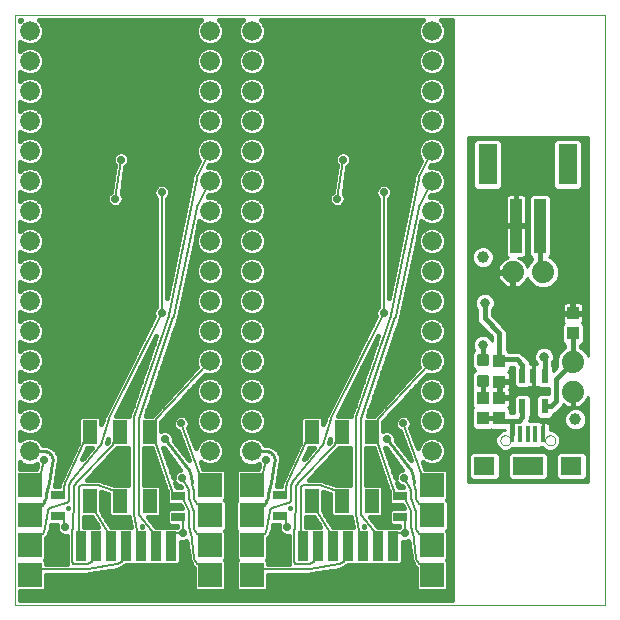
<source format=gtl>
G75*
%MOIN*%
%OFA0B0*%
%FSLAX24Y24*%
%IPPOS*%
%LPD*%
%AMOC8*
5,1,8,0,0,1.08239X$1,22.5*
%
%ADD10C,0.0000*%
%ADD11C,0.0660*%
%ADD12R,0.0500X0.0800*%
%ADD13R,0.0354X0.0984*%
%ADD14R,0.0800X0.0800*%
%ADD15R,0.0472X0.0315*%
%ADD16C,0.0118*%
%ADD17R,0.0394X0.0433*%
%ADD18R,0.0217X0.0472*%
%ADD19C,0.0740*%
%ADD20R,0.0709X0.0591*%
%ADD21R,0.0984X0.0591*%
%ADD22R,0.0157X0.0551*%
%ADD23C,0.0000*%
%ADD24C,0.0394*%
%ADD25R,0.0394X0.1811*%
%ADD26R,0.0630X0.1339*%
%ADD27C,0.0080*%
%ADD28C,0.0277*%
%ADD29C,0.0100*%
%ADD30C,0.0320*%
%ADD31C,0.0160*%
%ADD32C,0.0120*%
D10*
X030992Y033994D02*
X030992Y053680D01*
X050677Y053680D01*
X050677Y033994D01*
X030992Y033994D01*
D11*
X031492Y039126D03*
X031492Y040126D03*
X031492Y041126D03*
X031492Y042126D03*
X031492Y043126D03*
X031492Y044126D03*
X031492Y045126D03*
X031492Y046126D03*
X031492Y047126D03*
X031492Y048126D03*
X031492Y049126D03*
X031492Y050126D03*
X031492Y051126D03*
X031492Y052126D03*
X031492Y053126D03*
X037492Y053126D03*
X037492Y052126D03*
X037492Y051126D03*
X037492Y050126D03*
X037492Y049126D03*
X037492Y048126D03*
X037492Y047126D03*
X037492Y046126D03*
X037492Y045126D03*
X037492Y044126D03*
X037492Y043126D03*
X037492Y042126D03*
X037492Y041126D03*
X037492Y040126D03*
X037492Y039126D03*
X038892Y039126D03*
X038892Y040126D03*
X038892Y041126D03*
X038892Y042126D03*
X038892Y043126D03*
X038892Y044126D03*
X038892Y045126D03*
X038892Y046126D03*
X038892Y047126D03*
X038892Y048126D03*
X038892Y049126D03*
X038892Y050126D03*
X038892Y051126D03*
X038892Y052126D03*
X038892Y053126D03*
X044892Y053126D03*
X044892Y052126D03*
X044892Y051126D03*
X044892Y050126D03*
X044892Y049126D03*
X044892Y048126D03*
X044892Y047126D03*
X044892Y046126D03*
X044892Y045126D03*
X044892Y044126D03*
X044892Y043126D03*
X044892Y042126D03*
X044892Y041126D03*
X044892Y040126D03*
X044892Y039126D03*
D12*
X042892Y039776D03*
X041892Y039776D03*
X040892Y039776D03*
X040892Y037476D03*
X041892Y037476D03*
X042892Y037476D03*
X035492Y037476D03*
X034492Y037476D03*
X033492Y037476D03*
X033492Y039776D03*
X034492Y039776D03*
X035492Y039776D03*
D13*
X035700Y035967D03*
X035200Y035967D03*
X034700Y035967D03*
X034200Y035967D03*
X033700Y035967D03*
X033200Y035967D03*
X036200Y035967D03*
X040600Y035967D03*
X041100Y035967D03*
X041600Y035967D03*
X042100Y035967D03*
X042600Y035967D03*
X043100Y035967D03*
X043600Y035967D03*
D14*
X044892Y035994D03*
X044892Y034994D03*
X044892Y036994D03*
X044892Y037994D03*
X038892Y037994D03*
X038892Y036994D03*
X038892Y035994D03*
X038892Y034994D03*
X037492Y034994D03*
X037492Y035994D03*
X037492Y036994D03*
X037492Y037994D03*
X031492Y037994D03*
X031492Y036994D03*
X031492Y035994D03*
X031492Y034994D03*
D15*
X032442Y036971D03*
X032442Y037680D03*
X036442Y037630D03*
X036442Y036921D03*
X039842Y036971D03*
X039842Y037680D03*
X043842Y037630D03*
X043842Y036921D03*
D16*
X046454Y041338D02*
X046730Y041338D01*
X046454Y041338D02*
X046454Y041614D01*
X046730Y041614D01*
X046730Y041338D01*
X046730Y041455D02*
X046454Y041455D01*
X046454Y041572D02*
X046730Y041572D01*
X046730Y042029D02*
X046454Y042029D01*
X046454Y042305D01*
X046730Y042305D01*
X046730Y042029D01*
X046730Y042146D02*
X046454Y042146D01*
X046454Y042263D02*
X046730Y042263D01*
D17*
X047137Y042120D03*
X047137Y041451D03*
X047136Y040906D03*
X046587Y040907D03*
X046587Y040238D03*
X047136Y040237D03*
X049597Y043057D03*
X049597Y043726D03*
D18*
X048656Y041643D03*
X048282Y041643D03*
X047908Y041643D03*
X047908Y040620D03*
X048656Y040620D03*
D19*
X049592Y041094D03*
X049592Y042094D03*
X048592Y045094D03*
X047592Y045094D03*
D20*
X046642Y038622D03*
X049543Y038622D03*
D21*
X048092Y038622D03*
D22*
X048092Y039685D03*
X047836Y039685D03*
X047580Y039685D03*
X048348Y039685D03*
X048604Y039685D03*
D23*
X048673Y039489D02*
X048675Y039514D01*
X048681Y039539D01*
X048690Y039563D01*
X048703Y039585D01*
X048720Y039605D01*
X048739Y039622D01*
X048760Y039636D01*
X048784Y039646D01*
X048808Y039653D01*
X048834Y039656D01*
X048859Y039655D01*
X048884Y039650D01*
X048908Y039641D01*
X048931Y039629D01*
X048951Y039614D01*
X048969Y039595D01*
X048984Y039574D01*
X048995Y039551D01*
X049003Y039527D01*
X049007Y039502D01*
X049007Y039476D01*
X049003Y039451D01*
X048995Y039427D01*
X048984Y039404D01*
X048969Y039383D01*
X048951Y039364D01*
X048931Y039349D01*
X048908Y039337D01*
X048884Y039328D01*
X048859Y039323D01*
X048834Y039322D01*
X048808Y039325D01*
X048784Y039332D01*
X048760Y039342D01*
X048739Y039356D01*
X048720Y039373D01*
X048703Y039393D01*
X048690Y039415D01*
X048681Y039439D01*
X048675Y039464D01*
X048673Y039489D01*
X047177Y039489D02*
X047179Y039514D01*
X047185Y039539D01*
X047194Y039563D01*
X047207Y039585D01*
X047224Y039605D01*
X047243Y039622D01*
X047264Y039636D01*
X047288Y039646D01*
X047312Y039653D01*
X047338Y039656D01*
X047363Y039655D01*
X047388Y039650D01*
X047412Y039641D01*
X047435Y039629D01*
X047455Y039614D01*
X047473Y039595D01*
X047488Y039574D01*
X047499Y039551D01*
X047507Y039527D01*
X047511Y039502D01*
X047511Y039476D01*
X047507Y039451D01*
X047499Y039427D01*
X047488Y039404D01*
X047473Y039383D01*
X047455Y039364D01*
X047435Y039349D01*
X047412Y039337D01*
X047388Y039328D01*
X047363Y039323D01*
X047338Y039322D01*
X047312Y039325D01*
X047288Y039332D01*
X047264Y039342D01*
X047243Y039356D01*
X047224Y039373D01*
X047207Y039393D01*
X047194Y039415D01*
X047185Y039439D01*
X047179Y039464D01*
X047177Y039489D01*
D24*
X049677Y040189D03*
X046592Y045594D03*
D25*
X047698Y046638D03*
X048486Y046638D03*
D26*
X049431Y048685D03*
X046754Y048685D03*
D27*
X044892Y049126D02*
X044490Y048328D01*
X044451Y048214D02*
X043539Y043679D01*
X043530Y043646D02*
X042377Y040266D01*
X042362Y040176D02*
X042362Y037076D01*
X042366Y037028D02*
X042463Y036466D01*
X042463Y036459D02*
X042463Y036419D01*
X042600Y035967D01*
X042100Y035967D02*
X041963Y035515D01*
X041963Y035475D01*
X041945Y035442D02*
X041844Y035375D01*
X041797Y035357D02*
X040822Y035198D01*
X040778Y035195D02*
X039292Y035195D01*
X039252Y035195D01*
X038892Y034994D01*
X038892Y035994D02*
X039252Y036354D01*
X039292Y036354D01*
X039303Y036356D01*
X039314Y036361D01*
X039323Y036368D01*
X039329Y036378D01*
X039402Y036546D01*
X039411Y036579D02*
X039487Y037145D01*
X039491Y037164D01*
X039498Y037182D01*
X039509Y037199D01*
X039521Y037214D01*
X039536Y037227D01*
X039553Y037237D01*
X039571Y037244D01*
X040113Y037407D01*
X040130Y037414D01*
X040147Y037424D01*
X040161Y037436D01*
X040174Y037450D01*
X040184Y037466D01*
X040192Y037484D01*
X040196Y037502D01*
X040198Y037521D01*
X040199Y037521D02*
X040202Y037879D01*
X040362Y037878D02*
X040359Y037520D01*
X040359Y037513D02*
X040328Y036588D01*
X040311Y036503D02*
X040311Y036503D01*
X040303Y036459D02*
X040303Y035475D01*
X040305Y035454D01*
X040310Y035434D01*
X040319Y035415D01*
X040331Y035398D01*
X040346Y035383D01*
X040363Y035371D01*
X040382Y035362D01*
X040402Y035357D01*
X040423Y035355D01*
X040778Y035355D01*
X040844Y035375D02*
X040945Y035442D01*
X040963Y035475D02*
X040963Y035515D01*
X041100Y035967D01*
X040600Y035967D02*
X040522Y036419D01*
X040522Y036459D01*
X040522Y037876D01*
X040201Y037880D02*
X040203Y037917D01*
X040208Y037954D01*
X040216Y037990D01*
X040227Y038026D01*
X040241Y038060D01*
X040258Y038093D01*
X040278Y038125D01*
X040300Y038155D01*
X040301Y038154D02*
X041235Y039300D01*
X041257Y039340D02*
X041527Y040211D01*
X041535Y040229D02*
X043286Y043729D01*
X043530Y043646D02*
X043535Y043662D01*
X043539Y043678D01*
X043695Y043643D02*
X044452Y047219D01*
X044490Y047328D02*
X044892Y048126D01*
X044451Y048215D02*
X044461Y048254D01*
X044474Y048292D01*
X044490Y048329D01*
X044490Y047328D02*
X044474Y047293D01*
X044461Y047257D01*
X044452Y047219D01*
X043289Y047759D02*
X043286Y043729D01*
X043695Y043643D02*
X043689Y043618D01*
X043682Y043594D01*
X042528Y040214D01*
X042522Y040176D02*
X042522Y037076D01*
X042548Y037001D02*
X042955Y036484D01*
X042963Y036459D02*
X042963Y036419D01*
X043100Y035967D01*
X043600Y035967D02*
X043738Y036387D01*
X043778Y036387D01*
X043995Y036387D01*
X044250Y036424D02*
X044246Y036445D01*
X044241Y036466D01*
X044233Y036486D01*
X044234Y036486D02*
X044233Y036487D01*
X044251Y036424D02*
X044373Y035577D01*
X044382Y035546D02*
X044455Y035378D01*
X044461Y035368D01*
X044470Y035361D01*
X044481Y035356D01*
X044492Y035354D01*
X044532Y035354D01*
X044892Y034994D01*
X044382Y035547D02*
X044377Y035562D01*
X044373Y035578D01*
X044892Y035994D02*
X044532Y036354D01*
X044492Y036354D01*
X044481Y036356D01*
X044470Y036361D01*
X044461Y036368D01*
X044455Y036378D01*
X044382Y036546D01*
X044372Y036591D02*
X044359Y037086D01*
X044343Y037171D02*
X044227Y037502D01*
X044212Y037577D02*
X044198Y037795D01*
X044183Y037847D02*
X043963Y038234D01*
X044289Y038070D02*
X044348Y037864D01*
X044358Y037805D02*
X044372Y037587D01*
X044382Y037546D02*
X044455Y037378D01*
X044461Y037368D01*
X044470Y037361D01*
X044481Y037356D01*
X044492Y037354D01*
X044532Y037354D01*
X044892Y036994D01*
X044372Y036591D02*
X044373Y036575D01*
X044377Y036560D01*
X044382Y036546D01*
X044233Y036487D02*
X044225Y036511D01*
X044218Y036536D01*
X044214Y036561D01*
X044212Y036587D01*
X044199Y037082D01*
X044188Y037128D02*
X044042Y037456D01*
X044038Y037472D02*
X044038Y037512D01*
X043842Y037630D01*
X043646Y037747D01*
X043646Y037787D01*
X043644Y037800D02*
X043104Y039363D01*
X043102Y039376D02*
X043102Y039416D01*
X042892Y039776D01*
X043102Y040136D01*
X043102Y040176D01*
X043113Y040203D02*
X044892Y042126D01*
X043940Y040059D02*
X044531Y038402D01*
X044532Y038394D02*
X044532Y038354D01*
X044892Y037994D01*
X044372Y037587D02*
X044375Y037567D01*
X044382Y037547D01*
X044228Y037502D02*
X044220Y037526D01*
X044215Y037551D01*
X044213Y037576D01*
X044038Y037472D02*
X044039Y037464D01*
X044041Y037456D01*
X044198Y037795D02*
X044195Y037813D01*
X044190Y037830D01*
X044182Y037846D01*
X044347Y037865D02*
X044354Y037835D01*
X044357Y037806D01*
X044532Y038394D02*
X044531Y038402D01*
X044342Y037171D02*
X044350Y037144D01*
X044356Y037115D01*
X044358Y037087D01*
X044198Y037082D02*
X044197Y037098D01*
X044193Y037113D01*
X044188Y037128D01*
X043995Y036804D02*
X043842Y036921D01*
X043995Y036804D02*
X043995Y036764D01*
X043995Y036387D01*
X043646Y037787D02*
X043645Y037794D01*
X043644Y037800D01*
X042954Y036484D02*
X042959Y036476D01*
X042962Y036468D01*
X042963Y036459D01*
X042463Y036459D02*
X042462Y036466D01*
X042548Y037002D02*
X042537Y037018D01*
X042529Y037037D01*
X042524Y037056D01*
X042522Y037076D01*
X042362Y037076D02*
X042363Y037052D01*
X042366Y037028D01*
X041892Y037476D02*
X041682Y037836D01*
X041642Y037836D01*
X041629Y037838D02*
X041181Y037989D01*
X041142Y037996D02*
X040642Y037996D01*
X040621Y037994D01*
X040601Y037989D01*
X040582Y037980D01*
X040565Y037968D01*
X040550Y037953D01*
X040538Y037936D01*
X040529Y037917D01*
X040524Y037897D01*
X040522Y037876D01*
X040362Y037878D02*
X040364Y037909D01*
X040369Y037939D01*
X040377Y037968D01*
X040389Y037996D01*
X040403Y038022D01*
X040421Y038047D01*
X040440Y038070D01*
X041671Y039348D01*
X041682Y039376D02*
X041682Y039416D01*
X041892Y039776D01*
X041527Y040211D02*
X041535Y040229D01*
X040892Y039776D02*
X040682Y039416D01*
X040682Y039376D01*
X040678Y039359D02*
X040099Y038132D01*
X040042Y037909D02*
X040038Y037840D01*
X040038Y037837D01*
X040038Y037797D01*
X039842Y037680D01*
X040358Y037520D02*
X040358Y037513D01*
X040042Y037909D02*
X040046Y037956D01*
X040054Y038001D01*
X040066Y038046D01*
X040080Y038090D01*
X040099Y038133D01*
X039252Y038394D02*
X039253Y038404D01*
X039382Y038844D01*
X039252Y038394D02*
X039252Y038354D01*
X038892Y037994D01*
X039411Y036578D02*
X039408Y036562D01*
X039402Y036546D01*
X039842Y036971D02*
X040038Y036854D01*
X040038Y036814D01*
X040039Y036808D02*
X040071Y036596D01*
X040312Y036503D02*
X040321Y036531D01*
X040326Y036559D01*
X040329Y036587D01*
X040311Y036502D02*
X040307Y036488D01*
X040304Y036474D01*
X040303Y036459D01*
X040038Y036808D02*
X040038Y036814D01*
X040892Y037476D02*
X041102Y037116D01*
X041102Y037076D01*
X041108Y037055D02*
X041457Y036480D01*
X041463Y036459D02*
X041463Y036419D01*
X041600Y035967D01*
X041844Y035375D02*
X041829Y035367D01*
X041814Y035360D01*
X041797Y035357D01*
X041945Y035442D02*
X041953Y035448D01*
X041958Y035456D01*
X041962Y035465D01*
X041963Y035475D01*
X041463Y036459D02*
X041462Y036470D01*
X041457Y036480D01*
X041108Y037055D02*
X041103Y037065D01*
X041102Y037076D01*
X041180Y037990D02*
X041161Y037994D01*
X041142Y037996D01*
X041629Y037838D02*
X041635Y037837D01*
X041642Y037836D01*
X041671Y039348D02*
X041677Y039356D01*
X041681Y039366D01*
X041682Y039376D01*
X041257Y039340D02*
X041251Y039326D01*
X041244Y039313D01*
X041235Y039300D01*
X040682Y039376D02*
X040681Y039367D01*
X040678Y039359D01*
X042522Y040176D02*
X042524Y040196D01*
X042528Y040215D01*
X042377Y040266D02*
X042369Y040237D01*
X042364Y040207D01*
X042362Y040176D01*
X043102Y040176D02*
X043103Y040186D01*
X043107Y040195D01*
X043113Y040203D01*
X043102Y039376D02*
X043103Y039369D01*
X043104Y039363D01*
X040963Y035475D02*
X040962Y035465D01*
X040958Y035456D01*
X040953Y035448D01*
X040945Y035442D01*
X040844Y035375D02*
X040829Y035366D01*
X040812Y035360D01*
X040795Y035356D01*
X040778Y035355D01*
X040778Y035195D02*
X040801Y035196D01*
X040823Y035199D01*
X037492Y034994D02*
X037132Y035354D01*
X037092Y035354D01*
X037081Y035356D01*
X037070Y035361D01*
X037061Y035368D01*
X037055Y035378D01*
X036982Y035546D01*
X036973Y035577D02*
X036851Y036424D01*
X036834Y036486D02*
X036833Y036487D01*
X036812Y036587D02*
X036799Y037082D01*
X036788Y037128D02*
X036642Y037456D01*
X036638Y037472D02*
X036638Y037512D01*
X036442Y037630D01*
X036246Y037747D01*
X036246Y037787D01*
X036244Y037800D02*
X035704Y039363D01*
X035702Y039376D02*
X035702Y039416D01*
X035492Y039776D01*
X035702Y040136D01*
X035702Y040176D01*
X035713Y040203D02*
X037492Y042126D01*
X036282Y043594D02*
X035128Y040214D01*
X035122Y040176D02*
X035122Y037076D01*
X035148Y037001D02*
X035555Y036484D01*
X035563Y036459D02*
X035563Y036419D01*
X035700Y035967D01*
X035200Y035967D02*
X035063Y036419D01*
X035063Y036459D01*
X035063Y036466D02*
X034966Y037028D01*
X034962Y037076D02*
X034962Y040176D01*
X034977Y040266D02*
X036130Y043646D01*
X036139Y043679D02*
X037051Y048214D01*
X037090Y048328D02*
X037492Y049126D01*
X037492Y048126D02*
X037090Y047328D01*
X037052Y047219D02*
X036295Y043643D01*
X035886Y043729D02*
X034135Y040229D01*
X034127Y040211D02*
X033857Y039340D01*
X033835Y039300D02*
X032901Y038154D01*
X033040Y038070D02*
X034271Y039348D01*
X034282Y039376D02*
X034282Y039416D01*
X034492Y039776D01*
X034127Y040211D02*
X034135Y040229D01*
X034282Y039376D02*
X034281Y039366D01*
X034277Y039356D01*
X034271Y039348D01*
X033857Y039340D02*
X033851Y039326D01*
X033844Y039313D01*
X033835Y039300D01*
X033282Y039376D02*
X033282Y039416D01*
X033492Y039776D01*
X033278Y039359D02*
X032699Y038132D01*
X032642Y037909D02*
X032638Y037840D01*
X032638Y037837D01*
X032638Y037797D01*
X032442Y037680D01*
X032958Y037520D02*
X032958Y037513D01*
X032959Y037513D02*
X032928Y036588D01*
X032911Y036503D02*
X032911Y036503D01*
X032903Y036459D02*
X032903Y035475D01*
X032905Y035454D01*
X032910Y035434D01*
X032919Y035415D01*
X032931Y035398D01*
X032946Y035383D01*
X032963Y035371D01*
X032982Y035362D01*
X033002Y035357D01*
X033023Y035355D01*
X033378Y035355D01*
X033444Y035375D02*
X033545Y035442D01*
X033563Y035475D02*
X033563Y035515D01*
X033700Y035967D01*
X033200Y035967D02*
X033122Y036419D01*
X033122Y036459D01*
X033122Y037876D01*
X032801Y037880D02*
X032803Y037917D01*
X032808Y037954D01*
X032816Y037990D01*
X032827Y038026D01*
X032841Y038060D01*
X032858Y038093D01*
X032878Y038125D01*
X032900Y038155D01*
X032962Y037878D02*
X032959Y037520D01*
X032799Y037521D02*
X032802Y037879D01*
X032798Y037521D02*
X032796Y037502D01*
X032792Y037484D01*
X032784Y037466D01*
X032774Y037450D01*
X032761Y037436D01*
X032747Y037424D01*
X032730Y037414D01*
X032713Y037407D01*
X032171Y037244D01*
X032153Y037237D01*
X032136Y037227D01*
X032121Y037214D01*
X032109Y037199D01*
X032098Y037182D01*
X032091Y037164D01*
X032087Y037145D01*
X032011Y036579D01*
X032002Y036546D02*
X031929Y036378D01*
X031923Y036368D01*
X031914Y036361D01*
X031903Y036356D01*
X031892Y036354D01*
X031852Y036354D01*
X031492Y035994D01*
X032002Y036546D02*
X032008Y036562D01*
X032011Y036578D01*
X032442Y036971D02*
X032638Y036854D01*
X032638Y036814D01*
X032639Y036808D02*
X032671Y036596D01*
X032912Y036503D02*
X032921Y036531D01*
X032926Y036559D01*
X032929Y036587D01*
X032911Y036502D02*
X032907Y036488D01*
X032904Y036474D01*
X032903Y036459D01*
X032638Y036808D02*
X032638Y036814D01*
X033492Y037476D02*
X033702Y037116D01*
X033702Y037076D01*
X033708Y037055D02*
X034057Y036480D01*
X034063Y036459D02*
X034063Y036419D01*
X034200Y035967D01*
X034700Y035967D02*
X034563Y035515D01*
X034563Y035475D01*
X034545Y035442D02*
X034444Y035375D01*
X034397Y035357D02*
X033422Y035198D01*
X033378Y035195D02*
X031892Y035195D01*
X031852Y035195D01*
X031492Y034994D01*
X033378Y035195D02*
X033401Y035196D01*
X033423Y035199D01*
X033378Y035355D02*
X033395Y035356D01*
X033412Y035360D01*
X033429Y035366D01*
X033444Y035375D01*
X033545Y035442D02*
X033553Y035448D01*
X033558Y035456D01*
X033562Y035465D01*
X033563Y035475D01*
X034397Y035357D02*
X034414Y035360D01*
X034429Y035367D01*
X034444Y035375D01*
X034545Y035442D02*
X034553Y035448D01*
X034558Y035456D01*
X034562Y035465D01*
X034563Y035475D01*
X035063Y036459D02*
X035062Y036466D01*
X035554Y036484D02*
X035559Y036476D01*
X035562Y036468D01*
X035563Y036459D01*
X035148Y037002D02*
X035137Y037018D01*
X035129Y037037D01*
X035124Y037056D01*
X035122Y037076D01*
X034962Y037076D02*
X034963Y037052D01*
X034966Y037028D01*
X034492Y037476D02*
X034282Y037836D01*
X034242Y037836D01*
X034229Y037838D02*
X033781Y037989D01*
X033742Y037996D02*
X033242Y037996D01*
X033221Y037994D01*
X033201Y037989D01*
X033182Y037980D01*
X033165Y037968D01*
X033150Y037953D01*
X033138Y037936D01*
X033129Y037917D01*
X033124Y037897D01*
X033122Y037876D01*
X032962Y037878D02*
X032964Y037909D01*
X032969Y037939D01*
X032977Y037968D01*
X032989Y037996D01*
X033003Y038022D01*
X033021Y038047D01*
X033040Y038070D01*
X032699Y038133D02*
X032680Y038090D01*
X032666Y038046D01*
X032654Y038001D01*
X032646Y037956D01*
X032642Y037909D01*
X033278Y039359D02*
X033281Y039367D01*
X033282Y039376D01*
X033742Y037996D02*
X033761Y037994D01*
X033780Y037990D01*
X034229Y037838D02*
X034235Y037837D01*
X034242Y037836D01*
X033702Y037076D02*
X033703Y037065D01*
X033708Y037055D01*
X034057Y036480D02*
X034062Y036470D01*
X034063Y036459D01*
X035704Y039363D02*
X035703Y039369D01*
X035702Y039376D01*
X035702Y040176D02*
X035703Y040186D01*
X035707Y040195D01*
X035713Y040203D01*
X034977Y040266D02*
X034969Y040237D01*
X034964Y040207D01*
X034962Y040176D01*
X035122Y040176D02*
X035124Y040196D01*
X035128Y040215D01*
X036540Y040059D02*
X037131Y038402D01*
X037132Y038394D02*
X037132Y038354D01*
X037492Y037994D01*
X036948Y037864D02*
X036889Y038070D01*
X036783Y037847D02*
X036563Y038234D01*
X036947Y037865D02*
X036954Y037835D01*
X036957Y037806D01*
X036958Y037805D02*
X036972Y037587D01*
X036982Y037546D02*
X037055Y037378D01*
X037061Y037368D01*
X037070Y037361D01*
X037081Y037356D01*
X037092Y037354D01*
X037132Y037354D01*
X037492Y036994D01*
X036959Y037086D02*
X036972Y036591D01*
X036982Y036546D02*
X037055Y036378D01*
X037061Y036368D01*
X037070Y036361D01*
X037081Y036356D01*
X037092Y036354D01*
X037132Y036354D01*
X037492Y035994D01*
X036973Y035578D02*
X036977Y035562D01*
X036982Y035547D01*
X036200Y035967D02*
X036338Y036387D01*
X036378Y036387D01*
X036595Y036387D01*
X036850Y036424D02*
X036846Y036445D01*
X036841Y036466D01*
X036833Y036486D01*
X036595Y036387D02*
X036595Y036764D01*
X036595Y036804D01*
X036442Y036921D01*
X036798Y037082D02*
X036797Y037098D01*
X036793Y037113D01*
X036788Y037128D01*
X036942Y037171D02*
X036950Y037144D01*
X036956Y037115D01*
X036958Y037087D01*
X036943Y037171D02*
X036827Y037502D01*
X036812Y037577D02*
X036798Y037795D01*
X036795Y037813D01*
X036790Y037830D01*
X036782Y037846D01*
X036638Y037472D02*
X036639Y037464D01*
X036641Y037456D01*
X036828Y037502D02*
X036820Y037526D01*
X036815Y037551D01*
X036813Y037576D01*
X036972Y037587D02*
X036975Y037567D01*
X036982Y037547D01*
X036246Y037787D02*
X036245Y037794D01*
X036244Y037800D01*
X037132Y038394D02*
X037131Y038402D01*
X036972Y036591D02*
X036973Y036575D01*
X036977Y036560D01*
X036982Y036546D01*
X036833Y036487D02*
X036825Y036511D01*
X036818Y036536D01*
X036814Y036561D01*
X036812Y036587D01*
X036130Y043646D02*
X036135Y043662D01*
X036139Y043678D01*
X035886Y043729D02*
X035889Y047759D01*
X034344Y047544D02*
X034534Y048843D01*
X037051Y048215D02*
X037061Y048254D01*
X037074Y048292D01*
X037090Y048329D01*
X037090Y047328D02*
X037074Y047293D01*
X037061Y047257D01*
X037052Y047219D01*
X036295Y043643D02*
X036289Y043618D01*
X036282Y043594D01*
X031982Y038844D02*
X031853Y038404D01*
X031852Y038394D02*
X031852Y038354D01*
X031492Y037994D01*
X031852Y038394D02*
X031853Y038404D01*
X041744Y047544D02*
X041934Y048843D01*
D28*
X041934Y048843D03*
X041744Y047544D03*
X043289Y047759D03*
X043286Y043729D03*
X043940Y040059D03*
X043390Y039526D03*
X043963Y038234D03*
X043995Y036387D03*
X040071Y036596D03*
X039382Y038844D03*
X036563Y038234D03*
X036595Y036387D03*
X035990Y039526D03*
X036540Y040059D03*
X035886Y043729D03*
X035889Y047759D03*
X034534Y048843D03*
X034344Y047544D03*
X031982Y038844D03*
X032671Y036596D03*
D29*
X031938Y037374D02*
X032011Y037542D01*
X032011Y037543D02*
X032017Y037558D01*
X032020Y037573D01*
X031938Y037374D02*
X031932Y037364D01*
X031924Y037356D01*
X031914Y037349D01*
X031903Y037345D01*
X031892Y037344D01*
X031842Y037344D01*
X031492Y036994D01*
X032132Y038084D02*
X032237Y038750D01*
X032236Y038750D02*
X032245Y038781D01*
X032251Y038812D01*
X032253Y038844D01*
X032251Y038876D01*
X032246Y038908D01*
X032237Y038939D01*
X032225Y038969D01*
X032209Y038997D01*
X032191Y039023D01*
X032169Y039047D01*
X032145Y039068D01*
X032119Y039086D01*
X032090Y039102D01*
X032060Y039113D01*
X032029Y039122D01*
X032030Y039122D02*
X031492Y039126D01*
X035990Y039526D02*
X036783Y038487D01*
X036871Y038308D02*
X036889Y038070D01*
X036871Y038308D02*
X036858Y038346D01*
X036843Y038383D01*
X036826Y038419D01*
X036806Y038454D01*
X036784Y038487D01*
X032132Y038084D02*
X032100Y037957D01*
X032070Y037830D01*
X032044Y037702D01*
X032021Y037573D01*
X038892Y036994D02*
X039242Y037344D01*
X039292Y037344D01*
X039303Y037345D01*
X039314Y037349D01*
X039324Y037356D01*
X039332Y037364D01*
X039338Y037374D01*
X039411Y037542D01*
X039411Y037543D02*
X039417Y037558D01*
X039420Y037573D01*
X039532Y038084D02*
X039637Y038750D01*
X039636Y038750D02*
X039645Y038781D01*
X039651Y038812D01*
X039653Y038844D01*
X039651Y038876D01*
X039646Y038908D01*
X039637Y038939D01*
X039625Y038969D01*
X039609Y038997D01*
X039591Y039023D01*
X039569Y039047D01*
X039545Y039068D01*
X039519Y039086D01*
X039490Y039102D01*
X039460Y039113D01*
X039429Y039122D01*
X039430Y039122D02*
X038892Y039126D01*
X043390Y039526D02*
X044183Y038487D01*
X044271Y038308D02*
X044289Y038070D01*
X044271Y038308D02*
X044258Y038346D01*
X044243Y038383D01*
X044226Y038419D01*
X044206Y038454D01*
X044184Y038487D01*
X039532Y038084D02*
X039500Y037957D01*
X039470Y037830D01*
X039444Y037702D01*
X039421Y037573D01*
X046092Y038094D02*
X046092Y049594D01*
X050092Y049594D01*
X050092Y042298D01*
X050050Y042400D01*
X049898Y042552D01*
X049842Y042575D01*
X049842Y042670D01*
X049864Y042670D01*
X049964Y042770D01*
X049964Y043344D01*
X049902Y043406D01*
X049914Y043417D01*
X049934Y043452D01*
X049944Y043490D01*
X049944Y043678D01*
X049646Y043678D01*
X049646Y043775D01*
X049549Y043775D01*
X049549Y044093D01*
X049381Y044093D01*
X049342Y044082D01*
X049308Y044063D01*
X049280Y044035D01*
X049260Y044001D01*
X049250Y043962D01*
X049250Y043775D01*
X049549Y043775D01*
X049549Y043678D01*
X049250Y043678D01*
X049250Y043490D01*
X049260Y043452D01*
X049280Y043417D01*
X049292Y043406D01*
X049230Y043344D01*
X049230Y042770D01*
X049330Y042670D01*
X049342Y042670D01*
X049342Y042575D01*
X049286Y042552D01*
X049134Y042400D01*
X049052Y042202D01*
X049052Y041987D01*
X049075Y041931D01*
X048934Y041790D01*
X048934Y041950D01*
X048906Y041978D01*
X048906Y042082D01*
X048911Y042087D01*
X048961Y042208D01*
X048961Y042339D01*
X048911Y042460D01*
X048818Y042553D01*
X048697Y042603D01*
X048565Y042603D01*
X048444Y042553D01*
X048351Y042460D01*
X048301Y042339D01*
X048301Y042208D01*
X048351Y042087D01*
X048406Y042032D01*
X048406Y042030D01*
X048286Y042030D01*
X048286Y041647D01*
X048278Y041647D01*
X048278Y042030D01*
X048158Y042030D01*
X048158Y042063D01*
X048120Y042155D01*
X047932Y042343D01*
X047862Y042413D01*
X047770Y042451D01*
X047460Y042451D01*
X047404Y042507D01*
X047387Y042507D01*
X047387Y043118D01*
X047349Y043210D01*
X047279Y043280D01*
X046903Y043656D01*
X046903Y043857D01*
X046933Y043887D01*
X046983Y044008D01*
X046983Y044139D01*
X046933Y044260D01*
X046840Y044353D01*
X046719Y044403D01*
X046587Y044403D01*
X046466Y044353D01*
X046373Y044260D01*
X046323Y044139D01*
X046323Y044008D01*
X046373Y043887D01*
X046403Y043857D01*
X046403Y043503D01*
X046441Y043411D01*
X046512Y043341D01*
X046887Y042965D01*
X046887Y042811D01*
X046867Y042859D01*
X046774Y042952D01*
X046653Y043002D01*
X046521Y043002D01*
X046400Y042952D01*
X046307Y042859D01*
X046257Y042738D01*
X046257Y042607D01*
X046307Y042486D01*
X046309Y042484D01*
X046225Y042399D01*
X046225Y041934D01*
X046338Y041821D01*
X046225Y041709D01*
X046225Y041244D01*
X046248Y041221D01*
X046220Y041194D01*
X046220Y040620D01*
X046268Y040572D01*
X046220Y040525D01*
X046220Y039951D01*
X046320Y039851D01*
X046854Y039851D01*
X046861Y039858D01*
X046869Y039850D01*
X047330Y039850D01*
X047330Y039826D01*
X047277Y039826D01*
X047153Y039775D01*
X047058Y039680D01*
X047007Y039556D01*
X047007Y039422D01*
X047058Y039298D01*
X047153Y039203D01*
X047277Y039151D01*
X047411Y039151D01*
X047535Y039203D01*
X047572Y039240D01*
X048497Y039240D01*
X048517Y039260D01*
X048592Y039260D01*
X048649Y039203D01*
X048773Y039151D01*
X048907Y039151D01*
X049031Y039203D01*
X049126Y039298D01*
X049177Y039422D01*
X049177Y039556D01*
X049126Y039680D01*
X049031Y039775D01*
X048907Y039826D01*
X048833Y039826D01*
X048833Y039981D01*
X048822Y040019D01*
X048803Y040053D01*
X048775Y040081D01*
X048741Y040101D01*
X048702Y040111D01*
X048604Y040111D01*
X048604Y039729D01*
X048604Y040111D01*
X048517Y040111D01*
X048497Y040131D01*
X048126Y040131D01*
X048158Y040208D01*
X048158Y040285D01*
X048186Y040313D01*
X048186Y040926D01*
X048087Y041026D01*
X047729Y041026D01*
X047630Y040926D01*
X047630Y040397D01*
X047503Y040397D01*
X047503Y040524D01*
X047441Y040586D01*
X047453Y040597D01*
X047473Y040632D01*
X047483Y040670D01*
X047483Y040858D01*
X047185Y040858D01*
X047185Y040955D01*
X047483Y040955D01*
X047483Y041142D01*
X047474Y041177D01*
X047484Y041215D01*
X047484Y041402D01*
X047186Y041402D01*
X047186Y041499D01*
X047484Y041499D01*
X047484Y041687D01*
X047474Y041725D01*
X047454Y041759D01*
X047442Y041771D01*
X047504Y041833D01*
X047504Y041951D01*
X047617Y041951D01*
X047630Y041938D01*
X047630Y041337D01*
X047729Y041237D01*
X048087Y041237D01*
X048117Y041267D01*
X048154Y041257D01*
X048278Y041257D01*
X048278Y041639D01*
X048286Y041639D01*
X048286Y041257D01*
X048410Y041257D01*
X048447Y041267D01*
X048477Y041237D01*
X048792Y041237D01*
X048792Y041026D01*
X048477Y041026D01*
X048378Y040926D01*
X048378Y040313D01*
X048477Y040213D01*
X048835Y040213D01*
X048934Y040313D01*
X048934Y040377D01*
X049009Y040408D01*
X049184Y040583D01*
X049254Y040653D01*
X049268Y040687D01*
X049320Y040650D01*
X049393Y040613D01*
X049470Y040587D01*
X049551Y040574D01*
X049554Y040574D01*
X049554Y041056D01*
X049631Y041056D01*
X049631Y040574D01*
X049633Y040574D01*
X049714Y040587D01*
X049792Y040613D01*
X049865Y040650D01*
X049931Y040698D01*
X049989Y040756D01*
X050037Y040822D01*
X050074Y040895D01*
X050092Y040951D01*
X050092Y038094D01*
X046092Y038094D01*
X046092Y038131D02*
X050092Y038131D01*
X050092Y038230D02*
X050040Y038230D01*
X050067Y038257D02*
X050067Y038988D01*
X049967Y039088D01*
X049118Y039088D01*
X049018Y038988D01*
X049018Y038257D01*
X049118Y038157D01*
X049967Y038157D01*
X050067Y038257D01*
X050067Y038328D02*
X050092Y038328D01*
X050092Y038427D02*
X050067Y038427D01*
X050067Y038525D02*
X050092Y038525D01*
X050092Y038624D02*
X050067Y038624D01*
X050067Y038723D02*
X050092Y038723D01*
X050092Y038821D02*
X050067Y038821D01*
X050067Y038920D02*
X050092Y038920D01*
X050092Y039018D02*
X050037Y039018D01*
X050092Y039117D02*
X046092Y039117D01*
X046092Y039215D02*
X047141Y039215D01*
X047052Y039314D02*
X046092Y039314D01*
X046092Y039412D02*
X047011Y039412D01*
X047007Y039511D02*
X046092Y039511D01*
X046092Y039609D02*
X047029Y039609D01*
X047086Y039708D02*
X046092Y039708D01*
X046092Y039806D02*
X047229Y039806D01*
X047548Y039215D02*
X048637Y039215D01*
X048655Y039088D02*
X048754Y038988D01*
X048754Y038257D01*
X048655Y038157D01*
X047530Y038157D01*
X047430Y038257D01*
X047430Y038988D01*
X047530Y039088D01*
X048655Y039088D01*
X048724Y039018D02*
X049048Y039018D01*
X049018Y038920D02*
X048754Y038920D01*
X048754Y038821D02*
X049018Y038821D01*
X049018Y038723D02*
X048754Y038723D01*
X048754Y038624D02*
X049018Y038624D01*
X049018Y038525D02*
X048754Y038525D01*
X048754Y038427D02*
X049018Y038427D01*
X049018Y038328D02*
X048754Y038328D01*
X048727Y038230D02*
X049045Y038230D01*
X049044Y039215D02*
X050092Y039215D01*
X050092Y039314D02*
X049133Y039314D01*
X049174Y039412D02*
X050092Y039412D01*
X050092Y039511D02*
X049177Y039511D01*
X049155Y039609D02*
X050092Y039609D01*
X050092Y039708D02*
X049098Y039708D01*
X048955Y039806D02*
X050092Y039806D01*
X050092Y039905D02*
X049911Y039905D01*
X049885Y039878D02*
X049988Y039982D01*
X050044Y040117D01*
X050044Y040262D01*
X049988Y040397D01*
X050092Y040397D01*
X050092Y040299D02*
X050029Y040299D01*
X050044Y040200D02*
X050092Y040200D01*
X050092Y040102D02*
X050038Y040102D01*
X049997Y040003D02*
X050092Y040003D01*
X049885Y039878D02*
X049750Y039823D01*
X049604Y039823D01*
X049469Y039878D01*
X049366Y039982D01*
X049310Y040117D01*
X049310Y040262D01*
X049366Y040397D01*
X048983Y040397D01*
X048920Y040299D02*
X049325Y040299D01*
X049310Y040200D02*
X048155Y040200D01*
X048172Y040299D02*
X048392Y040299D01*
X048378Y040397D02*
X048186Y040397D01*
X048186Y040496D02*
X048378Y040496D01*
X048378Y040594D02*
X048186Y040594D01*
X048186Y040693D02*
X048378Y040693D01*
X048378Y040791D02*
X048186Y040791D01*
X048186Y040890D02*
X048378Y040890D01*
X048440Y040988D02*
X048125Y040988D01*
X048278Y041284D02*
X048286Y041284D01*
X048278Y041382D02*
X048286Y041382D01*
X048278Y041481D02*
X048286Y041481D01*
X048278Y041579D02*
X048286Y041579D01*
X048278Y041678D02*
X048286Y041678D01*
X048278Y041776D02*
X048286Y041776D01*
X048278Y041875D02*
X048286Y041875D01*
X048278Y041973D02*
X048286Y041973D01*
X048366Y042072D02*
X048155Y042072D01*
X048105Y042170D02*
X048317Y042170D01*
X048301Y042269D02*
X048007Y042269D01*
X047908Y042367D02*
X048313Y042367D01*
X048356Y042466D02*
X047446Y042466D01*
X047387Y042564D02*
X048470Y042564D01*
X048792Y042564D02*
X049315Y042564D01*
X049342Y042663D02*
X047387Y042663D01*
X047387Y042761D02*
X049239Y042761D01*
X049230Y042860D02*
X047387Y042860D01*
X047387Y042958D02*
X049230Y042958D01*
X049230Y043057D02*
X047387Y043057D01*
X047372Y043155D02*
X049230Y043155D01*
X049230Y043254D02*
X047306Y043254D01*
X047207Y043352D02*
X049238Y043352D01*
X049261Y043451D02*
X047109Y043451D01*
X047010Y043549D02*
X049250Y043549D01*
X049250Y043648D02*
X046912Y043648D01*
X046903Y043746D02*
X049549Y043746D01*
X049646Y043746D02*
X050092Y043746D01*
X050092Y043648D02*
X049944Y043648D01*
X049944Y043549D02*
X050092Y043549D01*
X050092Y043451D02*
X049933Y043451D01*
X049956Y043352D02*
X050092Y043352D01*
X050092Y043254D02*
X049964Y043254D01*
X049964Y043155D02*
X050092Y043155D01*
X050092Y043057D02*
X049964Y043057D01*
X049964Y042958D02*
X050092Y042958D01*
X050092Y042860D02*
X049964Y042860D01*
X049955Y042761D02*
X050092Y042761D01*
X050092Y042663D02*
X049842Y042663D01*
X049870Y042564D02*
X050092Y042564D01*
X050092Y042466D02*
X049985Y042466D01*
X050064Y042367D02*
X050092Y042367D01*
X049631Y040988D02*
X049554Y040988D01*
X049554Y040890D02*
X049631Y040890D01*
X049631Y040791D02*
X049554Y040791D01*
X049554Y040693D02*
X049631Y040693D01*
X049631Y040594D02*
X049554Y040594D01*
X049604Y040556D02*
X049469Y040500D01*
X049366Y040397D01*
X049464Y040496D02*
X049097Y040496D01*
X049184Y040583D02*
X049184Y040583D01*
X049195Y040594D02*
X049450Y040594D01*
X049604Y040556D02*
X049750Y040556D01*
X049885Y040500D01*
X049988Y040397D01*
X049890Y040496D02*
X050092Y040496D01*
X050092Y040594D02*
X049735Y040594D01*
X049924Y040693D02*
X050092Y040693D01*
X050092Y040791D02*
X050014Y040791D01*
X050071Y040890D02*
X050092Y040890D01*
X049316Y040102D02*
X048738Y040102D01*
X048827Y040003D02*
X049357Y040003D01*
X049443Y039905D02*
X048833Y039905D01*
X048604Y039905D02*
X048604Y039905D01*
X048604Y040003D02*
X048604Y040003D01*
X048604Y040102D02*
X048604Y040102D01*
X048604Y039806D02*
X048604Y039806D01*
X048604Y039729D02*
X048604Y039729D01*
X048792Y041087D02*
X047483Y041087D01*
X047476Y041185D02*
X048792Y041185D01*
X048934Y041875D02*
X049019Y041875D01*
X049058Y041973D02*
X048911Y041973D01*
X048906Y042072D02*
X049052Y042072D01*
X049052Y042170D02*
X048945Y042170D01*
X048961Y042269D02*
X049080Y042269D01*
X049121Y042367D02*
X048950Y042367D01*
X048906Y042466D02*
X049199Y042466D01*
X049250Y043845D02*
X046903Y043845D01*
X046956Y043943D02*
X049250Y043943D01*
X049287Y044042D02*
X046983Y044042D01*
X046983Y044140D02*
X050092Y044140D01*
X050092Y044042D02*
X049907Y044042D01*
X049914Y044035D02*
X049886Y044063D01*
X049852Y044082D01*
X049814Y044093D01*
X049646Y044093D01*
X049646Y043775D01*
X049944Y043775D01*
X049944Y043962D01*
X049934Y044001D01*
X049914Y044035D01*
X049944Y043943D02*
X050092Y043943D01*
X050092Y043845D02*
X049944Y043845D01*
X049646Y043845D02*
X049549Y043845D01*
X049549Y043943D02*
X049646Y043943D01*
X049646Y044042D02*
X049549Y044042D01*
X050092Y044239D02*
X046942Y044239D01*
X046856Y044337D02*
X050092Y044337D01*
X050092Y044436D02*
X046092Y044436D01*
X046092Y044534D02*
X050092Y044534D01*
X050092Y044633D02*
X048888Y044633D01*
X048898Y044637D02*
X049050Y044789D01*
X049132Y044987D01*
X049132Y045202D01*
X049050Y045400D01*
X048898Y045552D01*
X048788Y045598D01*
X048853Y045662D01*
X048853Y047614D01*
X048753Y047713D01*
X048219Y047713D01*
X048119Y047614D01*
X048119Y045662D01*
X048219Y045562D01*
X048236Y045562D01*
X048236Y045502D01*
X048134Y045400D01*
X048081Y045272D01*
X048074Y045294D01*
X048037Y045367D01*
X047989Y045433D01*
X047931Y045491D01*
X047865Y045539D01*
X047792Y045576D01*
X047774Y045582D01*
X047915Y045582D01*
X047953Y045593D01*
X047987Y045612D01*
X048015Y045640D01*
X048035Y045674D01*
X048045Y045713D01*
X048045Y046589D01*
X047747Y046589D01*
X047747Y046686D01*
X048045Y046686D01*
X048045Y047563D01*
X048035Y047601D01*
X048015Y047635D01*
X047987Y047663D01*
X047953Y047683D01*
X047915Y047693D01*
X047747Y047693D01*
X047747Y046686D01*
X047650Y046686D01*
X047650Y046589D01*
X047352Y046589D01*
X047352Y045713D01*
X047362Y045674D01*
X047382Y045640D01*
X047409Y045612D01*
X047443Y045593D01*
X047393Y045576D01*
X047320Y045539D01*
X047253Y045491D01*
X047195Y045433D01*
X047147Y045367D01*
X047110Y045294D01*
X047085Y045216D01*
X047074Y045144D01*
X047542Y045144D01*
X047542Y045044D01*
X047642Y045044D01*
X047642Y044576D01*
X047714Y044587D01*
X047792Y044613D01*
X047865Y044650D01*
X047931Y044698D01*
X047989Y044756D01*
X048037Y044822D01*
X048074Y044895D01*
X048081Y044917D01*
X048134Y044789D01*
X048286Y044637D01*
X048485Y044554D01*
X048700Y044554D01*
X048898Y044637D01*
X048992Y044731D02*
X050092Y044731D01*
X050092Y044830D02*
X049067Y044830D01*
X049108Y044928D02*
X050092Y044928D01*
X050092Y045027D02*
X049132Y045027D01*
X049132Y045125D02*
X050092Y045125D01*
X050092Y045224D02*
X049123Y045224D01*
X049082Y045322D02*
X050092Y045322D01*
X050092Y045421D02*
X049030Y045421D01*
X048931Y045519D02*
X050092Y045519D01*
X050092Y045618D02*
X048808Y045618D01*
X048853Y045716D02*
X050092Y045716D01*
X050092Y045815D02*
X048853Y045815D01*
X048853Y045913D02*
X050092Y045913D01*
X050092Y046012D02*
X048853Y046012D01*
X048853Y046110D02*
X050092Y046110D01*
X050092Y046209D02*
X048853Y046209D01*
X048853Y046307D02*
X050092Y046307D01*
X050092Y046406D02*
X048853Y046406D01*
X048853Y046504D02*
X050092Y046504D01*
X050092Y046603D02*
X048853Y046603D01*
X048853Y046701D02*
X050092Y046701D01*
X050092Y046800D02*
X048853Y046800D01*
X048853Y046898D02*
X050092Y046898D01*
X050092Y046997D02*
X048853Y046997D01*
X048853Y047095D02*
X050092Y047095D01*
X050092Y047194D02*
X048853Y047194D01*
X048853Y047292D02*
X050092Y047292D01*
X050092Y047391D02*
X048853Y047391D01*
X048853Y047489D02*
X050092Y047489D01*
X050092Y047588D02*
X048853Y047588D01*
X048780Y047686D02*
X050092Y047686D01*
X050092Y047785D02*
X046092Y047785D01*
X046092Y047883D02*
X046331Y047883D01*
X046368Y047846D02*
X047139Y047846D01*
X047239Y047945D01*
X047239Y049425D01*
X047139Y049524D01*
X046368Y049524D01*
X046269Y049425D01*
X046269Y047945D01*
X046368Y047846D01*
X046269Y047982D02*
X046092Y047982D01*
X046092Y048080D02*
X046269Y048080D01*
X046269Y048179D02*
X046092Y048179D01*
X046092Y048277D02*
X046269Y048277D01*
X046269Y048376D02*
X046092Y048376D01*
X046092Y048474D02*
X046269Y048474D01*
X046269Y048573D02*
X046092Y048573D01*
X046092Y048671D02*
X046269Y048671D01*
X046269Y048770D02*
X046092Y048770D01*
X046092Y048868D02*
X046269Y048868D01*
X046269Y048967D02*
X046092Y048967D01*
X046092Y049065D02*
X046269Y049065D01*
X046269Y049164D02*
X046092Y049164D01*
X046092Y049262D02*
X046269Y049262D01*
X046269Y049361D02*
X046092Y049361D01*
X046092Y049459D02*
X046303Y049459D01*
X046092Y049558D02*
X050092Y049558D01*
X050092Y049459D02*
X049881Y049459D01*
X049916Y049425D02*
X049816Y049524D01*
X049045Y049524D01*
X048946Y049425D01*
X048946Y047945D01*
X049045Y047846D01*
X049816Y047846D01*
X049916Y047945D01*
X049916Y049425D01*
X049916Y049361D02*
X050092Y049361D01*
X050092Y049262D02*
X049916Y049262D01*
X049916Y049164D02*
X050092Y049164D01*
X050092Y049065D02*
X049916Y049065D01*
X049916Y048967D02*
X050092Y048967D01*
X050092Y048868D02*
X049916Y048868D01*
X049916Y048770D02*
X050092Y048770D01*
X050092Y048671D02*
X049916Y048671D01*
X049916Y048573D02*
X050092Y048573D01*
X050092Y048474D02*
X049916Y048474D01*
X049916Y048376D02*
X050092Y048376D01*
X050092Y048277D02*
X049916Y048277D01*
X049916Y048179D02*
X050092Y048179D01*
X050092Y048080D02*
X049916Y048080D01*
X049916Y047982D02*
X050092Y047982D01*
X050092Y047883D02*
X049853Y047883D01*
X049008Y047883D02*
X047176Y047883D01*
X047239Y047982D02*
X048946Y047982D01*
X048946Y048080D02*
X047239Y048080D01*
X047239Y048179D02*
X048946Y048179D01*
X048946Y048277D02*
X047239Y048277D01*
X047239Y048376D02*
X048946Y048376D01*
X048946Y048474D02*
X047239Y048474D01*
X047239Y048573D02*
X048946Y048573D01*
X048946Y048671D02*
X047239Y048671D01*
X047239Y048770D02*
X048946Y048770D01*
X048946Y048868D02*
X047239Y048868D01*
X047239Y048967D02*
X048946Y048967D01*
X048946Y049065D02*
X047239Y049065D01*
X047239Y049164D02*
X048946Y049164D01*
X048946Y049262D02*
X047239Y049262D01*
X047239Y049361D02*
X048946Y049361D01*
X048980Y049459D02*
X047204Y049459D01*
X047482Y047693D02*
X047444Y047683D01*
X047409Y047663D01*
X047382Y047635D01*
X047362Y047601D01*
X047352Y047563D01*
X047352Y046686D01*
X047650Y046686D01*
X047650Y047693D01*
X047482Y047693D01*
X047455Y047686D02*
X046092Y047686D01*
X046092Y047588D02*
X047358Y047588D01*
X047352Y047489D02*
X046092Y047489D01*
X046092Y047391D02*
X047352Y047391D01*
X047352Y047292D02*
X046092Y047292D01*
X046092Y047194D02*
X047352Y047194D01*
X047352Y047095D02*
X046092Y047095D01*
X046092Y046997D02*
X047352Y046997D01*
X047352Y046898D02*
X046092Y046898D01*
X046092Y046800D02*
X047352Y046800D01*
X047352Y046701D02*
X046092Y046701D01*
X046092Y046603D02*
X047650Y046603D01*
X047747Y046603D02*
X048119Y046603D01*
X048119Y046701D02*
X048045Y046701D01*
X048045Y046800D02*
X048119Y046800D01*
X048119Y046898D02*
X048045Y046898D01*
X048045Y046997D02*
X048119Y046997D01*
X048119Y047095D02*
X048045Y047095D01*
X048045Y047194D02*
X048119Y047194D01*
X048119Y047292D02*
X048045Y047292D01*
X048045Y047391D02*
X048119Y047391D01*
X048119Y047489D02*
X048045Y047489D01*
X048039Y047588D02*
X048119Y047588D01*
X048191Y047686D02*
X047942Y047686D01*
X047747Y047686D02*
X047650Y047686D01*
X047650Y047588D02*
X047747Y047588D01*
X047747Y047489D02*
X047650Y047489D01*
X047650Y047391D02*
X047747Y047391D01*
X047747Y047292D02*
X047650Y047292D01*
X047650Y047194D02*
X047747Y047194D01*
X047747Y047095D02*
X047650Y047095D01*
X047650Y046997D02*
X047747Y046997D01*
X047747Y046898D02*
X047650Y046898D01*
X047650Y046800D02*
X047747Y046800D01*
X047747Y046701D02*
X047650Y046701D01*
X047352Y046504D02*
X046092Y046504D01*
X046092Y046406D02*
X047352Y046406D01*
X047352Y046307D02*
X046092Y046307D01*
X046092Y046209D02*
X047352Y046209D01*
X047352Y046110D02*
X046092Y046110D01*
X046092Y046012D02*
X047352Y046012D01*
X047352Y045913D02*
X046782Y045913D01*
X046800Y045905D02*
X046665Y045961D01*
X046519Y045961D01*
X046384Y045905D01*
X046281Y045802D01*
X046225Y045667D01*
X046225Y045522D01*
X046281Y045387D01*
X046384Y045283D01*
X046519Y045228D01*
X046665Y045228D01*
X046800Y045283D01*
X046903Y045387D01*
X046959Y045522D01*
X046959Y045667D01*
X046903Y045802D01*
X046800Y045905D01*
X046891Y045815D02*
X047352Y045815D01*
X047352Y045716D02*
X046939Y045716D01*
X046959Y045618D02*
X047404Y045618D01*
X047292Y045519D02*
X046958Y045519D01*
X046917Y045421D02*
X047186Y045421D01*
X047124Y045322D02*
X046838Y045322D01*
X047087Y045224D02*
X046092Y045224D01*
X046092Y045322D02*
X046346Y045322D01*
X046267Y045421D02*
X046092Y045421D01*
X046092Y045519D02*
X046226Y045519D01*
X046225Y045618D02*
X046092Y045618D01*
X046092Y045716D02*
X046245Y045716D01*
X046293Y045815D02*
X046092Y045815D01*
X046092Y045913D02*
X046403Y045913D01*
X046092Y045125D02*
X047542Y045125D01*
X047542Y045044D02*
X047074Y045044D01*
X047085Y044973D01*
X047110Y044895D01*
X047147Y044822D01*
X047195Y044756D01*
X047253Y044698D01*
X047320Y044650D01*
X047393Y044613D01*
X047470Y044587D01*
X047542Y044576D01*
X047542Y045044D01*
X047542Y045027D02*
X047642Y045027D01*
X047642Y044928D02*
X047542Y044928D01*
X047542Y044830D02*
X047642Y044830D01*
X047642Y044731D02*
X047542Y044731D01*
X047542Y044633D02*
X047642Y044633D01*
X047831Y044633D02*
X048296Y044633D01*
X048192Y044731D02*
X047964Y044731D01*
X048041Y044830D02*
X048117Y044830D01*
X048102Y045322D02*
X048060Y045322D01*
X047998Y045421D02*
X048154Y045421D01*
X048236Y045519D02*
X047892Y045519D01*
X047993Y045618D02*
X048163Y045618D01*
X048119Y045716D02*
X048045Y045716D01*
X048045Y045815D02*
X048119Y045815D01*
X048119Y045913D02*
X048045Y045913D01*
X048045Y046012D02*
X048119Y046012D01*
X048119Y046110D02*
X048045Y046110D01*
X048045Y046209D02*
X048119Y046209D01*
X048119Y046307D02*
X048045Y046307D01*
X048045Y046406D02*
X048119Y046406D01*
X048119Y046504D02*
X048045Y046504D01*
X047076Y045027D02*
X046092Y045027D01*
X046092Y044928D02*
X047099Y044928D01*
X047144Y044830D02*
X046092Y044830D01*
X046092Y044731D02*
X047220Y044731D01*
X047353Y044633D02*
X046092Y044633D01*
X046092Y044337D02*
X046450Y044337D01*
X046364Y044239D02*
X046092Y044239D01*
X046092Y044140D02*
X046323Y044140D01*
X046323Y044042D02*
X046092Y044042D01*
X046092Y043943D02*
X046350Y043943D01*
X046403Y043845D02*
X046092Y043845D01*
X046092Y043746D02*
X046403Y043746D01*
X046403Y043648D02*
X046092Y043648D01*
X046092Y043549D02*
X046403Y043549D01*
X046425Y043451D02*
X046092Y043451D01*
X046092Y043352D02*
X046500Y043352D01*
X046599Y043254D02*
X046092Y043254D01*
X046092Y043155D02*
X046697Y043155D01*
X046796Y043057D02*
X046092Y043057D01*
X046092Y042958D02*
X046414Y042958D01*
X046307Y042860D02*
X046092Y042860D01*
X046092Y042761D02*
X046267Y042761D01*
X046257Y042663D02*
X046092Y042663D01*
X046092Y042564D02*
X046275Y042564D01*
X046291Y042466D02*
X046092Y042466D01*
X046092Y042367D02*
X046225Y042367D01*
X046225Y042269D02*
X046092Y042269D01*
X046092Y042170D02*
X046225Y042170D01*
X046225Y042072D02*
X046092Y042072D01*
X046092Y041973D02*
X046225Y041973D01*
X046285Y041875D02*
X046092Y041875D01*
X046092Y041776D02*
X046292Y041776D01*
X046225Y041678D02*
X046092Y041678D01*
X046092Y041579D02*
X046225Y041579D01*
X046225Y041481D02*
X046092Y041481D01*
X046092Y041382D02*
X046225Y041382D01*
X046225Y041284D02*
X046092Y041284D01*
X046092Y041185D02*
X046220Y041185D01*
X046220Y041087D02*
X046092Y041087D01*
X046092Y040988D02*
X046220Y040988D01*
X046220Y040890D02*
X046092Y040890D01*
X046092Y040791D02*
X046220Y040791D01*
X046220Y040693D02*
X046092Y040693D01*
X046092Y040594D02*
X046246Y040594D01*
X046220Y040496D02*
X046092Y040496D01*
X046092Y040397D02*
X046220Y040397D01*
X046220Y040299D02*
X046092Y040299D01*
X046092Y040200D02*
X046220Y040200D01*
X046220Y040102D02*
X046092Y040102D01*
X046092Y040003D02*
X046220Y040003D01*
X046267Y039905D02*
X046092Y039905D01*
X046217Y039088D02*
X046117Y038988D01*
X046117Y038257D01*
X046217Y038157D01*
X047066Y038157D01*
X047166Y038257D01*
X047166Y038988D01*
X047066Y039088D01*
X046217Y039088D01*
X046147Y039018D02*
X046092Y039018D01*
X046092Y038920D02*
X046117Y038920D01*
X046117Y038821D02*
X046092Y038821D01*
X046092Y038723D02*
X046117Y038723D01*
X046117Y038624D02*
X046092Y038624D01*
X046092Y038525D02*
X046117Y038525D01*
X046117Y038427D02*
X046092Y038427D01*
X046092Y038328D02*
X046117Y038328D01*
X046092Y038230D02*
X046144Y038230D01*
X047139Y038230D02*
X047457Y038230D01*
X047430Y038328D02*
X047166Y038328D01*
X047166Y038427D02*
X047430Y038427D01*
X047430Y038525D02*
X047166Y038525D01*
X047166Y038624D02*
X047430Y038624D01*
X047430Y038723D02*
X047166Y038723D01*
X047166Y038821D02*
X047430Y038821D01*
X047430Y038920D02*
X047166Y038920D01*
X047136Y039018D02*
X047460Y039018D01*
X047503Y040496D02*
X047630Y040496D01*
X047630Y040594D02*
X047450Y040594D01*
X047483Y040693D02*
X047630Y040693D01*
X047630Y040791D02*
X047483Y040791D01*
X047630Y040890D02*
X047185Y040890D01*
X047185Y040955D02*
X047088Y040955D01*
X047088Y041084D01*
X047089Y041084D01*
X047089Y041402D01*
X047186Y041402D01*
X047186Y041273D01*
X047185Y041273D01*
X047185Y040955D01*
X047185Y040988D02*
X047088Y040988D01*
X047089Y041087D02*
X047185Y041087D01*
X047185Y041185D02*
X047089Y041185D01*
X047089Y041284D02*
X047186Y041284D01*
X047186Y041382D02*
X047089Y041382D01*
X047186Y041481D02*
X047630Y041481D01*
X047630Y041579D02*
X047484Y041579D01*
X047484Y041678D02*
X047630Y041678D01*
X047630Y041776D02*
X047447Y041776D01*
X047504Y041875D02*
X047630Y041875D01*
X047630Y041382D02*
X047484Y041382D01*
X047484Y041284D02*
X047683Y041284D01*
X047692Y040988D02*
X047483Y040988D01*
X046887Y042860D02*
X046867Y042860D01*
X046887Y042958D02*
X046760Y042958D01*
D30*
X046587Y042672D03*
X046653Y044073D03*
X048631Y042273D03*
X048280Y041127D03*
D31*
X047908Y040620D02*
X047908Y040257D01*
X047798Y040147D01*
X047592Y040147D01*
X047580Y040136D01*
X047580Y039685D01*
X047592Y040147D02*
X047225Y040147D01*
X047136Y040237D01*
X046588Y040237D01*
X046587Y040238D01*
X046587Y040907D02*
X046587Y041471D01*
X046592Y041476D01*
X046592Y042167D02*
X046592Y042667D01*
X047137Y043068D02*
X046653Y043552D01*
X046653Y044073D01*
X047137Y043068D02*
X047137Y042120D01*
X047218Y042201D01*
X047720Y042201D01*
X047908Y042014D01*
X047908Y041643D01*
X048656Y041643D02*
X048656Y042248D01*
X048631Y042273D01*
X049042Y041544D02*
X049042Y040794D01*
X048867Y040620D01*
X048656Y040620D01*
X049042Y041544D02*
X049592Y042094D01*
X049592Y043052D01*
X049597Y043057D01*
X048592Y045094D02*
X048486Y045201D01*
X048486Y046638D01*
X045559Y046675D02*
X045031Y046675D01*
X044986Y046656D02*
X045158Y046727D01*
X045291Y046859D01*
X045362Y047032D01*
X045362Y047219D01*
X045291Y047392D01*
X045158Y047524D01*
X044986Y047596D01*
X044826Y047596D01*
X044857Y047656D01*
X044986Y047656D01*
X045158Y047727D01*
X045291Y047859D01*
X045362Y048032D01*
X045362Y048219D01*
X045291Y048392D01*
X045158Y048524D01*
X044986Y048596D01*
X044826Y048596D01*
X044857Y048656D01*
X044986Y048656D01*
X045158Y048727D01*
X045291Y048859D01*
X045362Y049032D01*
X045362Y049219D01*
X045291Y049392D01*
X045158Y049524D01*
X044986Y049596D01*
X044799Y049596D01*
X044626Y049524D01*
X044494Y049392D01*
X044422Y049219D01*
X044422Y049032D01*
X044494Y048859D01*
X044535Y048818D01*
X044363Y048476D01*
X044363Y048476D01*
X044329Y048409D01*
X044319Y048388D01*
X044296Y048343D01*
X044296Y048343D01*
X044291Y048333D01*
X044289Y048323D01*
X044289Y048323D01*
X044278Y048268D01*
X044274Y048250D01*
X044260Y048177D01*
X043466Y044231D01*
X043469Y047545D01*
X043526Y047601D01*
X043568Y047703D01*
X043568Y047814D01*
X043526Y047917D01*
X043447Y047995D01*
X043345Y048038D01*
X043234Y048038D01*
X043131Y047995D01*
X043053Y047917D01*
X043010Y047814D01*
X043010Y047703D01*
X043053Y047601D01*
X043109Y047545D01*
X043106Y043944D01*
X043050Y043887D01*
X043007Y043785D01*
X043007Y043674D01*
X043030Y043620D01*
X041390Y040342D01*
X041378Y040336D01*
X041363Y040288D01*
X041340Y040243D01*
X041345Y040230D01*
X041333Y040194D01*
X041333Y040193D01*
X041282Y040028D01*
X041282Y040234D01*
X041200Y040316D01*
X040584Y040316D01*
X040502Y040234D01*
X040502Y039464D01*
X040489Y039442D01*
X040500Y039402D01*
X039921Y038177D01*
X039871Y038071D01*
X039867Y037993D01*
X039866Y037977D01*
X039728Y037977D01*
X039738Y038041D01*
X039758Y038114D01*
X039751Y038125D01*
X039841Y038698D01*
X039871Y038779D01*
X039853Y038992D01*
X039750Y039179D01*
X039750Y039179D01*
X039750Y039179D01*
X039578Y039306D01*
X039578Y039306D01*
X039535Y039315D01*
X039518Y039332D01*
X039452Y039332D01*
X039388Y039346D01*
X039368Y039333D01*
X039337Y039333D01*
X039308Y039403D01*
X039170Y039541D01*
X038990Y039616D01*
X038795Y039616D01*
X038615Y039541D01*
X038477Y039403D01*
X038402Y039223D01*
X038402Y039028D01*
X038477Y038848D01*
X038615Y038710D01*
X038795Y038636D01*
X038990Y038636D01*
X039141Y038698D01*
X039146Y038687D01*
X039148Y038685D01*
X039104Y038534D01*
X038434Y038534D01*
X038352Y038452D01*
X038352Y037536D01*
X038380Y037509D01*
X038332Y037461D01*
X038332Y036528D01*
X038380Y036480D01*
X038352Y036452D01*
X038352Y035536D01*
X038394Y035494D01*
X038352Y035452D01*
X038352Y034536D01*
X038434Y034454D01*
X039350Y034454D01*
X039432Y034536D01*
X039432Y035015D01*
X040769Y035015D01*
X040778Y035009D01*
X040815Y035015D01*
X040852Y035015D01*
X040859Y035022D01*
X041847Y035182D01*
X041869Y035186D01*
X041881Y035184D01*
X041889Y035189D01*
X041899Y035191D01*
X041906Y035200D01*
X041943Y035225D01*
X042005Y035266D01*
X042045Y035292D01*
X042091Y035322D01*
X042107Y035333D01*
X042107Y035335D01*
X042336Y035335D01*
X042350Y035350D01*
X042365Y035335D01*
X042836Y035335D01*
X042850Y035350D01*
X042865Y035335D01*
X043336Y035335D01*
X043350Y035350D01*
X043365Y035335D01*
X043836Y035335D01*
X043918Y035417D01*
X043918Y036117D01*
X043940Y036108D01*
X044051Y036108D01*
X044111Y036133D01*
X044184Y035625D01*
X044194Y035559D01*
X044187Y035542D01*
X044201Y035511D01*
X044206Y035478D01*
X044220Y035467D01*
X044291Y035304D01*
X044317Y035246D01*
X044320Y035238D01*
X044343Y035229D01*
X044352Y035223D01*
X044352Y034536D01*
X044434Y034454D01*
X045350Y034454D01*
X045432Y034536D01*
X045432Y035452D01*
X045390Y035494D01*
X045432Y035536D01*
X045432Y036452D01*
X045404Y036480D01*
X045452Y036528D01*
X045452Y037461D01*
X045404Y037509D01*
X045432Y037536D01*
X045432Y038452D01*
X045350Y038534D01*
X044675Y038534D01*
X044596Y038757D01*
X044626Y038727D01*
X044799Y038656D01*
X044986Y038656D01*
X045158Y038727D01*
X045291Y038859D01*
X045362Y039032D01*
X045362Y039219D01*
X045291Y039392D01*
X045158Y039524D01*
X044986Y039596D01*
X044799Y039596D01*
X044626Y039524D01*
X044494Y039392D01*
X044427Y039230D01*
X044182Y039916D01*
X044219Y040004D01*
X044219Y040114D01*
X044176Y040217D01*
X044098Y040295D01*
X043995Y040338D01*
X043884Y040338D01*
X043782Y040295D01*
X043703Y040217D01*
X043661Y040114D01*
X043661Y040004D01*
X043703Y039901D01*
X043782Y039823D01*
X043842Y039798D01*
X044189Y038825D01*
X043688Y039481D01*
X043688Y039586D01*
X043643Y039696D01*
X043559Y039780D01*
X043449Y039825D01*
X043330Y039825D01*
X043282Y039805D01*
X043282Y040087D01*
X043295Y040109D01*
X043290Y040129D01*
X044729Y041684D01*
X044799Y041656D01*
X044986Y041656D01*
X045158Y041727D01*
X045291Y041859D01*
X045362Y042032D01*
X045362Y042219D01*
X045291Y042392D01*
X045158Y042524D01*
X044986Y042596D01*
X044799Y042596D01*
X044626Y042524D01*
X044494Y042392D01*
X044422Y042219D01*
X044422Y042032D01*
X044465Y041929D01*
X043031Y040380D01*
X042981Y040326D01*
X042972Y040316D01*
X042753Y040316D01*
X043828Y043466D01*
X043850Y043529D01*
X043856Y043533D01*
X043864Y043570D01*
X043876Y043607D01*
X043873Y043613D01*
X044422Y046209D01*
X044422Y046032D01*
X044494Y045859D01*
X044626Y045727D01*
X044799Y045656D01*
X044986Y045656D01*
X045158Y045727D01*
X045291Y045859D01*
X045362Y046032D01*
X045362Y046219D01*
X045291Y046392D01*
X045158Y046524D01*
X044986Y046596D01*
X044799Y046596D01*
X044626Y046524D01*
X044494Y046392D01*
X044426Y046229D01*
X044548Y046805D01*
X044626Y046727D01*
X044799Y046656D01*
X044986Y046656D01*
X045166Y046516D02*
X045559Y046516D01*
X045559Y046358D02*
X045305Y046358D01*
X045362Y046199D02*
X045559Y046199D01*
X045559Y046041D02*
X045362Y046041D01*
X045300Y045882D02*
X045559Y045882D01*
X045559Y045724D02*
X045150Y045724D01*
X045059Y045565D02*
X045559Y045565D01*
X045559Y045407D02*
X045276Y045407D01*
X045291Y045392D02*
X045158Y045524D01*
X044986Y045596D01*
X044799Y045596D01*
X044626Y045524D01*
X044494Y045392D01*
X044422Y045219D01*
X044422Y045032D01*
X044494Y044859D01*
X044626Y044727D01*
X044799Y044656D01*
X044986Y044656D01*
X045158Y044727D01*
X045291Y044859D01*
X045362Y045032D01*
X045362Y045219D01*
X045291Y045392D01*
X045350Y045248D02*
X045559Y045248D01*
X045559Y045090D02*
X045362Y045090D01*
X045320Y044931D02*
X045559Y044931D01*
X045559Y044773D02*
X045204Y044773D01*
X045158Y044524D02*
X044986Y044596D01*
X044799Y044596D01*
X044626Y044524D01*
X044494Y044392D01*
X044422Y044219D01*
X044422Y044032D01*
X044494Y043859D01*
X044626Y043727D01*
X044799Y043656D01*
X044986Y043656D01*
X045158Y043727D01*
X045291Y043859D01*
X045362Y044032D01*
X045362Y044219D01*
X045291Y044392D01*
X045158Y044524D01*
X045227Y044456D02*
X045559Y044456D01*
X045559Y044614D02*
X044085Y044614D01*
X044118Y044773D02*
X044581Y044773D01*
X044464Y044931D02*
X044152Y044931D01*
X044185Y045090D02*
X044422Y045090D01*
X044434Y045248D02*
X044219Y045248D01*
X044252Y045407D02*
X044508Y045407D01*
X044725Y045565D02*
X044286Y045565D01*
X044319Y045724D02*
X044635Y045724D01*
X044484Y045882D02*
X044353Y045882D01*
X044386Y046041D02*
X044422Y046041D01*
X044420Y046199D02*
X044422Y046199D01*
X044453Y046358D02*
X044479Y046358D01*
X044487Y046516D02*
X044618Y046516D01*
X044521Y046675D02*
X044753Y046675D01*
X045264Y046833D02*
X045559Y046833D01*
X045559Y046992D02*
X045345Y046992D01*
X045362Y047150D02*
X045559Y047150D01*
X045559Y047309D02*
X045325Y047309D01*
X045215Y047467D02*
X045559Y047467D01*
X045559Y047626D02*
X044842Y047626D01*
X045215Y047784D02*
X045559Y047784D01*
X045559Y047943D02*
X045325Y047943D01*
X045362Y048101D02*
X045559Y048101D01*
X045559Y048260D02*
X045345Y048260D01*
X045264Y048418D02*
X045559Y048418D01*
X045559Y048577D02*
X045032Y048577D01*
X045166Y048735D02*
X045559Y048735D01*
X045559Y048894D02*
X045305Y048894D01*
X045362Y049052D02*
X045559Y049052D01*
X045559Y049211D02*
X045362Y049211D01*
X045300Y049369D02*
X045559Y049369D01*
X045559Y049528D02*
X045150Y049528D01*
X045059Y049686D02*
X045559Y049686D01*
X045559Y049845D02*
X045276Y049845D01*
X045291Y049859D02*
X045362Y050032D01*
X045362Y050219D01*
X045291Y050392D01*
X045158Y050524D01*
X044986Y050596D01*
X044799Y050596D01*
X044626Y050524D01*
X044494Y050392D01*
X044422Y050219D01*
X044422Y050032D01*
X044494Y049859D01*
X044626Y049727D01*
X044799Y049656D01*
X044986Y049656D01*
X045158Y049727D01*
X045291Y049859D01*
X045350Y050003D02*
X045559Y050003D01*
X045559Y050162D02*
X045362Y050162D01*
X045320Y050320D02*
X045559Y050320D01*
X045559Y050479D02*
X045204Y050479D01*
X045158Y050727D02*
X045291Y050859D01*
X045362Y051032D01*
X045362Y051219D01*
X045291Y051392D01*
X045158Y051524D01*
X044986Y051596D01*
X044799Y051596D01*
X044626Y051524D01*
X044494Y051392D01*
X044422Y051219D01*
X044422Y051032D01*
X044494Y050859D01*
X044626Y050727D01*
X044799Y050656D01*
X044986Y050656D01*
X045158Y050727D01*
X045227Y050796D02*
X045559Y050796D01*
X045559Y050954D02*
X045330Y050954D01*
X045362Y051113D02*
X045559Y051113D01*
X045559Y051271D02*
X045341Y051271D01*
X045253Y051430D02*
X045559Y051430D01*
X045559Y051588D02*
X045004Y051588D01*
X044986Y051656D02*
X045158Y051727D01*
X045291Y051859D01*
X045362Y052032D01*
X045362Y052219D01*
X045291Y052392D01*
X045158Y052524D01*
X044986Y052596D01*
X044799Y052596D01*
X044626Y052524D01*
X044494Y052392D01*
X044422Y052219D01*
X044422Y052032D01*
X044494Y051859D01*
X044626Y051727D01*
X044799Y051656D01*
X044986Y051656D01*
X045178Y051747D02*
X045559Y051747D01*
X045559Y051905D02*
X045309Y051905D01*
X045362Y052064D02*
X045559Y052064D01*
X045559Y052222D02*
X045361Y052222D01*
X045295Y052381D02*
X045559Y052381D01*
X045559Y052539D02*
X045122Y052539D01*
X045087Y052698D02*
X045559Y052698D01*
X045559Y052856D02*
X045287Y052856D01*
X045291Y052859D02*
X045362Y053032D01*
X045362Y053219D01*
X045291Y053392D01*
X045183Y053499D01*
X045559Y053499D01*
X045559Y034175D01*
X031172Y034175D01*
X031172Y034454D01*
X031950Y034454D01*
X032032Y034536D01*
X032032Y035015D01*
X033369Y035015D01*
X033378Y035009D01*
X033415Y035015D01*
X033452Y035015D01*
X033459Y035022D01*
X034444Y035182D01*
X034469Y035186D01*
X034481Y035184D01*
X034489Y035189D01*
X034499Y035191D01*
X034506Y035200D01*
X034543Y035225D01*
X034605Y035266D01*
X034644Y035291D01*
X034644Y035291D01*
X034691Y035322D01*
X034707Y035333D01*
X034707Y035335D01*
X034936Y035335D01*
X034950Y035350D01*
X034965Y035335D01*
X035436Y035335D01*
X035450Y035350D01*
X035465Y035335D01*
X035936Y035335D01*
X035950Y035350D01*
X035965Y035335D01*
X036436Y035335D01*
X036518Y035417D01*
X036518Y036117D01*
X036540Y036108D01*
X036651Y036108D01*
X036711Y036133D01*
X036784Y035625D01*
X036794Y035559D01*
X036787Y035542D01*
X036801Y035511D01*
X036806Y035478D01*
X036820Y035467D01*
X036891Y035305D01*
X036917Y035246D01*
X036920Y035238D01*
X036943Y035229D01*
X036952Y035223D01*
X036952Y034536D01*
X037034Y034454D01*
X037950Y034454D01*
X038032Y034536D01*
X038032Y035452D01*
X037990Y035494D01*
X038032Y035536D01*
X038032Y036452D01*
X038004Y036480D01*
X038052Y036528D01*
X038052Y037461D01*
X038004Y037509D01*
X038032Y037536D01*
X038032Y038452D01*
X037950Y038534D01*
X037275Y038534D01*
X037196Y038757D01*
X037226Y038727D01*
X037399Y038656D01*
X037586Y038656D01*
X037758Y038727D01*
X037891Y038859D01*
X037962Y039032D01*
X037962Y039219D01*
X037891Y039392D01*
X037758Y039524D01*
X037586Y039596D01*
X037399Y039596D01*
X037226Y039524D01*
X037094Y039392D01*
X037027Y039230D01*
X036782Y039916D01*
X036819Y040004D01*
X036819Y040114D01*
X036776Y040217D01*
X036698Y040295D01*
X036595Y040338D01*
X036484Y040338D01*
X036382Y040295D01*
X036303Y040217D01*
X036261Y040114D01*
X036261Y040004D01*
X036303Y039901D01*
X036382Y039823D01*
X036442Y039798D01*
X036789Y038825D01*
X036288Y039481D01*
X036288Y039586D01*
X036243Y039696D01*
X036159Y039780D01*
X036049Y039825D01*
X035930Y039825D01*
X035882Y039805D01*
X035882Y040087D01*
X035895Y040109D01*
X035890Y040129D01*
X037329Y041684D01*
X037399Y041656D01*
X037586Y041656D01*
X037758Y041727D01*
X037891Y041859D01*
X037962Y042032D01*
X037962Y042219D01*
X037891Y042392D01*
X037758Y042524D01*
X037586Y042596D01*
X037399Y042596D01*
X037226Y042524D01*
X037094Y042392D01*
X037022Y042219D01*
X037022Y042032D01*
X037065Y041929D01*
X035631Y040380D01*
X035581Y040326D01*
X035572Y040316D01*
X035353Y040316D01*
X036428Y043466D01*
X036450Y043529D01*
X036456Y043533D01*
X036464Y043570D01*
X036476Y043607D01*
X036473Y043613D01*
X037022Y046209D01*
X037022Y046032D01*
X037094Y045859D01*
X037226Y045727D01*
X037399Y045656D01*
X037586Y045656D01*
X037758Y045727D01*
X037891Y045859D01*
X037962Y046032D01*
X037962Y046219D01*
X037891Y046392D01*
X037758Y046524D01*
X037586Y046596D01*
X037399Y046596D01*
X037226Y046524D01*
X037094Y046392D01*
X037026Y046229D01*
X037148Y046805D01*
X037226Y046727D01*
X037399Y046656D01*
X037586Y046656D01*
X037758Y046727D01*
X037891Y046859D01*
X037962Y047032D01*
X037962Y047219D01*
X037891Y047392D01*
X037758Y047524D01*
X037586Y047596D01*
X037426Y047596D01*
X037457Y047656D01*
X037586Y047656D01*
X037758Y047727D01*
X037891Y047859D01*
X037962Y048032D01*
X037962Y048219D01*
X037891Y048392D01*
X037758Y048524D01*
X037586Y048596D01*
X037426Y048596D01*
X037457Y048656D01*
X037586Y048656D01*
X037758Y048727D01*
X037891Y048859D01*
X037962Y049032D01*
X037962Y049219D01*
X037891Y049392D01*
X037758Y049524D01*
X037586Y049596D01*
X037399Y049596D01*
X037226Y049524D01*
X037094Y049392D01*
X037022Y049219D01*
X037022Y049032D01*
X037094Y048859D01*
X037135Y048818D01*
X036963Y048476D01*
X036963Y048476D01*
X036929Y048409D01*
X036920Y048390D01*
X036896Y048343D01*
X036896Y048343D01*
X036891Y048333D01*
X036889Y048323D01*
X036889Y048323D01*
X036878Y048266D01*
X036874Y048250D01*
X036860Y048177D01*
X036066Y044231D01*
X036069Y047545D01*
X036126Y047601D01*
X036168Y047703D01*
X036168Y047814D01*
X036126Y047917D01*
X036047Y047995D01*
X035945Y048038D01*
X035834Y048038D01*
X035731Y047995D01*
X035653Y047917D01*
X035610Y047814D01*
X035610Y047703D01*
X035653Y047601D01*
X035709Y047545D01*
X035706Y043944D01*
X035650Y043887D01*
X035607Y043785D01*
X035607Y043674D01*
X035630Y043620D01*
X033990Y040342D01*
X033978Y040336D01*
X033963Y040288D01*
X033940Y040243D01*
X033945Y040230D01*
X033933Y040194D01*
X033933Y040193D01*
X033882Y040028D01*
X033882Y040234D01*
X033800Y040316D01*
X033184Y040316D01*
X033102Y040234D01*
X033102Y039464D01*
X033089Y039442D01*
X033100Y039402D01*
X032522Y038180D01*
X032471Y038071D01*
X032467Y037993D01*
X032466Y037977D01*
X032328Y037977D01*
X032338Y038041D01*
X032358Y038114D01*
X032351Y038125D01*
X032441Y038698D01*
X032471Y038779D01*
X032453Y038992D01*
X032350Y039179D01*
X032350Y039179D01*
X032350Y039179D01*
X032178Y039306D01*
X032178Y039306D01*
X032135Y039315D01*
X032118Y039332D01*
X032052Y039332D01*
X031988Y039346D01*
X031968Y039333D01*
X031937Y039333D01*
X031908Y039403D01*
X031770Y039541D01*
X031590Y039616D01*
X031395Y039616D01*
X031215Y039541D01*
X031172Y039499D01*
X031172Y039781D01*
X031226Y039727D01*
X031399Y039656D01*
X031586Y039656D01*
X031758Y039727D01*
X031891Y039859D01*
X031962Y040032D01*
X031962Y040219D01*
X031891Y040392D01*
X031758Y040524D01*
X031586Y040596D01*
X031399Y040596D01*
X031226Y040524D01*
X031172Y040470D01*
X031172Y040781D01*
X031226Y040727D01*
X031399Y040656D01*
X031586Y040656D01*
X031758Y040727D01*
X031891Y040859D01*
X031962Y041032D01*
X031962Y041219D01*
X031891Y041392D01*
X031758Y041524D01*
X031586Y041596D01*
X031399Y041596D01*
X031226Y041524D01*
X031172Y041470D01*
X031172Y041781D01*
X031226Y041727D01*
X031399Y041656D01*
X031586Y041656D01*
X031758Y041727D01*
X031891Y041859D01*
X031962Y042032D01*
X031962Y042219D01*
X031891Y042392D01*
X031758Y042524D01*
X031586Y042596D01*
X031399Y042596D01*
X031226Y042524D01*
X031172Y042470D01*
X031172Y042781D01*
X031226Y042727D01*
X031399Y042656D01*
X031586Y042656D01*
X031758Y042727D01*
X031891Y042859D01*
X031962Y043032D01*
X031962Y043219D01*
X031891Y043392D01*
X031758Y043524D01*
X031586Y043596D01*
X031399Y043596D01*
X031226Y043524D01*
X031172Y043470D01*
X031172Y043781D01*
X031226Y043727D01*
X031399Y043656D01*
X031586Y043656D01*
X031758Y043727D01*
X031891Y043859D01*
X031962Y044032D01*
X031962Y044219D01*
X031891Y044392D01*
X031758Y044524D01*
X031586Y044596D01*
X031399Y044596D01*
X031226Y044524D01*
X031172Y044470D01*
X031172Y044781D01*
X031226Y044727D01*
X031399Y044656D01*
X031586Y044656D01*
X031758Y044727D01*
X031891Y044859D01*
X031962Y045032D01*
X031962Y045219D01*
X031891Y045392D01*
X031758Y045524D01*
X031586Y045596D01*
X031399Y045596D01*
X031226Y045524D01*
X031172Y045470D01*
X031172Y045781D01*
X031226Y045727D01*
X031399Y045656D01*
X031586Y045656D01*
X031758Y045727D01*
X031891Y045859D01*
X031962Y046032D01*
X031962Y046219D01*
X031891Y046392D01*
X031758Y046524D01*
X031586Y046596D01*
X031399Y046596D01*
X031226Y046524D01*
X031172Y046470D01*
X031172Y046781D01*
X031226Y046727D01*
X031399Y046656D01*
X031586Y046656D01*
X031758Y046727D01*
X031891Y046859D01*
X031962Y047032D01*
X031962Y047219D01*
X031891Y047392D01*
X031758Y047524D01*
X031586Y047596D01*
X031399Y047596D01*
X031226Y047524D01*
X031172Y047470D01*
X031172Y047781D01*
X031226Y047727D01*
X031399Y047656D01*
X031586Y047656D01*
X031758Y047727D01*
X031891Y047859D01*
X031962Y048032D01*
X031962Y048219D01*
X031891Y048392D01*
X031758Y048524D01*
X031586Y048596D01*
X031399Y048596D01*
X031226Y048524D01*
X031172Y048470D01*
X031172Y048781D01*
X031226Y048727D01*
X031399Y048656D01*
X031586Y048656D01*
X031758Y048727D01*
X031891Y048859D01*
X031962Y049032D01*
X031962Y049219D01*
X031891Y049392D01*
X031758Y049524D01*
X031586Y049596D01*
X031399Y049596D01*
X031226Y049524D01*
X031172Y049470D01*
X031172Y049781D01*
X031226Y049727D01*
X031399Y049656D01*
X031586Y049656D01*
X031758Y049727D01*
X031891Y049859D01*
X031962Y050032D01*
X031962Y050219D01*
X031891Y050392D01*
X031758Y050524D01*
X031586Y050596D01*
X031399Y050596D01*
X031226Y050524D01*
X031172Y050470D01*
X031172Y050781D01*
X031226Y050727D01*
X031399Y050656D01*
X031586Y050656D01*
X031758Y050727D01*
X031891Y050859D01*
X031962Y051032D01*
X031962Y051219D01*
X031891Y051392D01*
X031758Y051524D01*
X031586Y051596D01*
X031399Y051596D01*
X031226Y051524D01*
X031172Y051470D01*
X031172Y051781D01*
X031226Y051727D01*
X031399Y051656D01*
X031586Y051656D01*
X031758Y051727D01*
X031891Y051859D01*
X031962Y052032D01*
X031962Y052219D01*
X031891Y052392D01*
X031758Y052524D01*
X031586Y052596D01*
X031399Y052596D01*
X031226Y052524D01*
X031172Y052470D01*
X031172Y052781D01*
X031226Y052727D01*
X031399Y052656D01*
X031586Y052656D01*
X031758Y052727D01*
X031891Y052859D01*
X031962Y053032D01*
X031962Y053219D01*
X031891Y053392D01*
X031783Y053499D01*
X037201Y053499D01*
X037094Y053392D01*
X037022Y053219D01*
X037022Y053032D01*
X037094Y052859D01*
X037226Y052727D01*
X037399Y052656D01*
X037586Y052656D01*
X037758Y052727D01*
X037891Y052859D01*
X037962Y053032D01*
X037962Y053219D01*
X037891Y053392D01*
X037783Y053499D01*
X038601Y053499D01*
X038494Y053392D01*
X038422Y053219D01*
X038422Y053032D01*
X038494Y052859D01*
X038626Y052727D01*
X038799Y052656D01*
X038986Y052656D01*
X039158Y052727D01*
X039291Y052859D01*
X039362Y053032D01*
X039362Y053219D01*
X039291Y053392D01*
X039183Y053499D01*
X044601Y053499D01*
X044494Y053392D01*
X044422Y053219D01*
X044422Y053032D01*
X044494Y052859D01*
X044626Y052727D01*
X044799Y052656D01*
X044986Y052656D01*
X045158Y052727D01*
X045291Y052859D01*
X045355Y053015D02*
X045559Y053015D01*
X045559Y053173D02*
X045362Y053173D01*
X045316Y053332D02*
X045559Y053332D01*
X045559Y053490D02*
X045192Y053490D01*
X044697Y052698D02*
X039087Y052698D01*
X038986Y052596D02*
X038799Y052596D01*
X038626Y052524D01*
X038494Y052392D01*
X038422Y052219D01*
X038422Y052032D01*
X038494Y051859D01*
X038626Y051727D01*
X038799Y051656D01*
X038986Y051656D01*
X039158Y051727D01*
X039291Y051859D01*
X039362Y052032D01*
X039362Y052219D01*
X039291Y052392D01*
X039158Y052524D01*
X038986Y052596D01*
X039122Y052539D02*
X044662Y052539D01*
X044489Y052381D02*
X039295Y052381D01*
X039361Y052222D02*
X044423Y052222D01*
X044422Y052064D02*
X039362Y052064D01*
X039309Y051905D02*
X044475Y051905D01*
X044607Y051747D02*
X039178Y051747D01*
X039158Y051524D02*
X038986Y051596D01*
X038799Y051596D01*
X038626Y051524D01*
X038494Y051392D01*
X038422Y051219D01*
X038422Y051032D01*
X038494Y050859D01*
X038626Y050727D01*
X038799Y050656D01*
X038986Y050656D01*
X039158Y050727D01*
X039291Y050859D01*
X039362Y051032D01*
X039362Y051219D01*
X039291Y051392D01*
X039158Y051524D01*
X039253Y051430D02*
X044531Y051430D01*
X044444Y051271D02*
X039341Y051271D01*
X039362Y051113D02*
X044422Y051113D01*
X044454Y050954D02*
X039330Y050954D01*
X039227Y050796D02*
X044558Y050796D01*
X044580Y050479D02*
X039204Y050479D01*
X039158Y050524D02*
X038986Y050596D01*
X038799Y050596D01*
X038626Y050524D01*
X038494Y050392D01*
X038422Y050219D01*
X038422Y050032D01*
X038494Y049859D01*
X038626Y049727D01*
X038799Y049656D01*
X038986Y049656D01*
X039158Y049727D01*
X039291Y049859D01*
X039362Y050032D01*
X039362Y050219D01*
X039291Y050392D01*
X039158Y050524D01*
X039320Y050320D02*
X044464Y050320D01*
X044422Y050162D02*
X039362Y050162D01*
X039350Y050003D02*
X044434Y050003D01*
X044509Y049845D02*
X039276Y049845D01*
X039059Y049686D02*
X044725Y049686D01*
X044634Y049528D02*
X039150Y049528D01*
X039158Y049524D02*
X038986Y049596D01*
X038799Y049596D01*
X038626Y049524D01*
X038494Y049392D01*
X038422Y049219D01*
X038422Y049032D01*
X038494Y048859D01*
X038626Y048727D01*
X038799Y048656D01*
X038986Y048656D01*
X039158Y048727D01*
X039291Y048859D01*
X039362Y049032D01*
X039362Y049219D01*
X039291Y049392D01*
X039158Y049524D01*
X039300Y049369D02*
X044484Y049369D01*
X044422Y049211D02*
X039362Y049211D01*
X039362Y049052D02*
X041749Y049052D01*
X041776Y049079D02*
X041698Y049001D01*
X041656Y048898D01*
X041656Y048787D01*
X041698Y048685D01*
X041725Y048658D01*
X041597Y047785D01*
X041586Y047780D01*
X041507Y047702D01*
X041465Y047599D01*
X041465Y047489D01*
X041507Y047386D01*
X041586Y047308D01*
X041688Y047265D01*
X041799Y047265D01*
X041902Y047308D01*
X041980Y047386D01*
X042022Y047489D01*
X042022Y047599D01*
X041980Y047702D01*
X041953Y047729D01*
X042081Y048602D01*
X042092Y048606D01*
X042171Y048685D01*
X042213Y048787D01*
X042213Y048898D01*
X042171Y049001D01*
X042092Y049079D01*
X041990Y049121D01*
X041879Y049121D01*
X041776Y049079D01*
X041656Y048894D02*
X039305Y048894D01*
X039166Y048735D02*
X041677Y048735D01*
X041713Y048577D02*
X039032Y048577D01*
X038986Y048596D02*
X038799Y048596D01*
X038626Y048524D01*
X038494Y048392D01*
X038422Y048219D01*
X038422Y048032D01*
X038494Y047859D01*
X038626Y047727D01*
X038799Y047656D01*
X038986Y047656D01*
X039158Y047727D01*
X039291Y047859D01*
X039362Y048032D01*
X039362Y048219D01*
X039291Y048392D01*
X039158Y048524D01*
X038986Y048596D01*
X038753Y048577D02*
X037632Y048577D01*
X037766Y048735D02*
X038618Y048735D01*
X038480Y048894D02*
X037905Y048894D01*
X037962Y049052D02*
X038422Y049052D01*
X038422Y049211D02*
X037962Y049211D01*
X037900Y049369D02*
X038484Y049369D01*
X038634Y049528D02*
X037750Y049528D01*
X037659Y049686D02*
X038725Y049686D01*
X038509Y049845D02*
X037876Y049845D01*
X037891Y049859D02*
X037758Y049727D01*
X037586Y049656D01*
X037399Y049656D01*
X037226Y049727D01*
X037094Y049859D01*
X037022Y050032D01*
X037022Y050219D01*
X037094Y050392D01*
X037226Y050524D01*
X037399Y050596D01*
X037586Y050596D01*
X037758Y050524D01*
X037891Y050392D01*
X037962Y050219D01*
X037962Y050032D01*
X037891Y049859D01*
X037950Y050003D02*
X038434Y050003D01*
X038422Y050162D02*
X037962Y050162D01*
X037920Y050320D02*
X038464Y050320D01*
X038580Y050479D02*
X037804Y050479D01*
X037758Y050727D02*
X037891Y050859D01*
X037962Y051032D01*
X037962Y051219D01*
X037891Y051392D01*
X037758Y051524D01*
X037586Y051596D01*
X037399Y051596D01*
X037226Y051524D01*
X037094Y051392D01*
X037022Y051219D01*
X037022Y051032D01*
X037094Y050859D01*
X037226Y050727D01*
X037399Y050656D01*
X037586Y050656D01*
X037758Y050727D01*
X037827Y050796D02*
X038558Y050796D01*
X038454Y050954D02*
X037930Y050954D01*
X037962Y051113D02*
X038422Y051113D01*
X038444Y051271D02*
X037941Y051271D01*
X037853Y051430D02*
X038531Y051430D01*
X038780Y051588D02*
X037604Y051588D01*
X037586Y051656D02*
X037758Y051727D01*
X037891Y051859D01*
X037962Y052032D01*
X037962Y052219D01*
X037891Y052392D01*
X037758Y052524D01*
X037586Y052596D01*
X037399Y052596D01*
X037226Y052524D01*
X037094Y052392D01*
X037022Y052219D01*
X037022Y052032D01*
X037094Y051859D01*
X037226Y051727D01*
X037399Y051656D01*
X037586Y051656D01*
X037778Y051747D02*
X038607Y051747D01*
X038475Y051905D02*
X037909Y051905D01*
X037962Y052064D02*
X038422Y052064D01*
X038423Y052222D02*
X037961Y052222D01*
X037895Y052381D02*
X038489Y052381D01*
X038662Y052539D02*
X037722Y052539D01*
X037687Y052698D02*
X038697Y052698D01*
X038497Y052856D02*
X037887Y052856D01*
X037955Y053015D02*
X038429Y053015D01*
X038422Y053173D02*
X037962Y053173D01*
X037916Y053332D02*
X038469Y053332D01*
X038592Y053490D02*
X037792Y053490D01*
X037192Y053490D02*
X031792Y053490D01*
X031916Y053332D02*
X037069Y053332D01*
X037022Y053173D02*
X031962Y053173D01*
X031955Y053015D02*
X037029Y053015D01*
X037097Y052856D02*
X031887Y052856D01*
X031687Y052698D02*
X037297Y052698D01*
X037262Y052539D02*
X031722Y052539D01*
X031895Y052381D02*
X037089Y052381D01*
X037023Y052222D02*
X031961Y052222D01*
X031962Y052064D02*
X037022Y052064D01*
X037075Y051905D02*
X031909Y051905D01*
X031778Y051747D02*
X037207Y051747D01*
X037380Y051588D02*
X031604Y051588D01*
X031380Y051588D02*
X031172Y051588D01*
X031172Y051747D02*
X031207Y051747D01*
X031853Y051430D02*
X037131Y051430D01*
X037044Y051271D02*
X031941Y051271D01*
X031962Y051113D02*
X037022Y051113D01*
X037054Y050954D02*
X031930Y050954D01*
X031827Y050796D02*
X037158Y050796D01*
X037180Y050479D02*
X031804Y050479D01*
X031920Y050320D02*
X037064Y050320D01*
X037022Y050162D02*
X031962Y050162D01*
X031950Y050003D02*
X037034Y050003D01*
X037109Y049845D02*
X031876Y049845D01*
X031659Y049686D02*
X037325Y049686D01*
X037234Y049528D02*
X031750Y049528D01*
X031900Y049369D02*
X037084Y049369D01*
X037022Y049211D02*
X031962Y049211D01*
X031962Y049052D02*
X034349Y049052D01*
X034376Y049079D02*
X034298Y049001D01*
X034256Y048898D01*
X034256Y048787D01*
X034298Y048685D01*
X034325Y048658D01*
X034197Y047785D01*
X034186Y047780D01*
X034107Y047702D01*
X034065Y047599D01*
X034065Y047489D01*
X034107Y047386D01*
X034186Y047308D01*
X034288Y047265D01*
X034399Y047265D01*
X034502Y047308D01*
X034580Y047386D01*
X034622Y047489D01*
X034622Y047599D01*
X034580Y047702D01*
X034553Y047729D01*
X034681Y048602D01*
X034692Y048606D01*
X034771Y048685D01*
X034813Y048787D01*
X034813Y048898D01*
X034771Y049001D01*
X034692Y049079D01*
X034590Y049121D01*
X034479Y049121D01*
X034376Y049079D01*
X034256Y048894D02*
X031905Y048894D01*
X031766Y048735D02*
X034277Y048735D01*
X034313Y048577D02*
X031632Y048577D01*
X031353Y048577D02*
X031172Y048577D01*
X031172Y048735D02*
X031218Y048735D01*
X031864Y048418D02*
X034290Y048418D01*
X034267Y048260D02*
X031945Y048260D01*
X031962Y048101D02*
X034243Y048101D01*
X034220Y047943D02*
X031925Y047943D01*
X031815Y047784D02*
X034195Y047784D01*
X034076Y047626D02*
X031172Y047626D01*
X031815Y047467D02*
X034074Y047467D01*
X034185Y047309D02*
X031925Y047309D01*
X031962Y047150D02*
X035709Y047150D01*
X035709Y046992D02*
X031945Y046992D01*
X031864Y046833D02*
X035708Y046833D01*
X035708Y046675D02*
X031631Y046675D01*
X031766Y046516D02*
X035708Y046516D01*
X035708Y046358D02*
X031905Y046358D01*
X031962Y046199D02*
X035708Y046199D01*
X035708Y046041D02*
X031962Y046041D01*
X031900Y045882D02*
X035708Y045882D01*
X035708Y045724D02*
X031750Y045724D01*
X031659Y045565D02*
X035707Y045565D01*
X035707Y045407D02*
X031876Y045407D01*
X031950Y045248D02*
X035707Y045248D01*
X035707Y045090D02*
X031962Y045090D01*
X031920Y044931D02*
X035707Y044931D01*
X035707Y044773D02*
X031804Y044773D01*
X031827Y044456D02*
X035707Y044456D01*
X035707Y044614D02*
X031172Y044614D01*
X031172Y044773D02*
X031181Y044773D01*
X031172Y045565D02*
X031325Y045565D01*
X031235Y045724D02*
X031172Y045724D01*
X031172Y046516D02*
X031218Y046516D01*
X031172Y046675D02*
X031353Y046675D01*
X031930Y044297D02*
X035706Y044297D01*
X035706Y044139D02*
X031962Y044139D01*
X031941Y043980D02*
X035706Y043980D01*
X035622Y043822D02*
X031853Y043822D01*
X031604Y043663D02*
X035612Y043663D01*
X035572Y043505D02*
X031778Y043505D01*
X031910Y043346D02*
X035493Y043346D01*
X035414Y043188D02*
X031962Y043188D01*
X031961Y043029D02*
X035334Y043029D01*
X035255Y042871D02*
X031895Y042871D01*
X031722Y042712D02*
X035176Y042712D01*
X035096Y042554D02*
X031687Y042554D01*
X031887Y042395D02*
X035017Y042395D01*
X034938Y042237D02*
X031955Y042237D01*
X031962Y042078D02*
X034858Y042078D01*
X034779Y041920D02*
X031915Y041920D01*
X031792Y041761D02*
X034700Y041761D01*
X034620Y041603D02*
X031172Y041603D01*
X031172Y041761D02*
X031192Y041761D01*
X031838Y041444D02*
X034541Y041444D01*
X034462Y041285D02*
X031935Y041285D01*
X031962Y041127D02*
X034383Y041127D01*
X034303Y040968D02*
X031936Y040968D01*
X031841Y040810D02*
X034224Y040810D01*
X034145Y040651D02*
X031172Y040651D01*
X031172Y040493D02*
X031195Y040493D01*
X031789Y040493D02*
X034065Y040493D01*
X033977Y040334D02*
X031914Y040334D01*
X031962Y040176D02*
X033102Y040176D01*
X033102Y040017D02*
X031956Y040017D01*
X031890Y039859D02*
X033102Y039859D01*
X033102Y039700D02*
X031694Y039700D01*
X031767Y039542D02*
X033102Y039542D01*
X033091Y039383D02*
X031916Y039383D01*
X032287Y039225D02*
X033016Y039225D01*
X032941Y039066D02*
X032412Y039066D01*
X032453Y038992D02*
X032453Y038992D01*
X032460Y038908D02*
X032866Y038908D01*
X032791Y038749D02*
X032460Y038749D01*
X032471Y038779D02*
X032471Y038779D01*
X032424Y038591D02*
X032717Y038591D01*
X032642Y038432D02*
X032399Y038432D01*
X032374Y038274D02*
X032567Y038274D01*
X032492Y038115D02*
X032357Y038115D01*
X032471Y038071D02*
X032471Y038071D01*
X032467Y037993D02*
X032467Y037993D01*
X032769Y037236D02*
X032769Y037236D01*
X032769Y037236D01*
X032769Y037236D01*
X033302Y036936D02*
X033570Y036936D01*
X033774Y036599D01*
X033465Y036599D01*
X033450Y036585D01*
X033436Y036599D01*
X033302Y036599D01*
X033302Y036936D01*
X033302Y036847D02*
X033623Y036847D01*
X033720Y036689D02*
X033302Y036689D01*
X032723Y036317D02*
X032723Y035401D01*
X032723Y035395D01*
X032735Y035375D01*
X032032Y035375D01*
X032032Y035452D01*
X031990Y035494D01*
X032032Y035536D01*
X032032Y036223D01*
X032041Y036229D01*
X032064Y036238D01*
X032067Y036246D01*
X032067Y036246D01*
X032067Y036246D01*
X032067Y036246D01*
X032093Y036306D01*
X032137Y036406D01*
X032137Y036406D01*
X032165Y036470D01*
X032180Y036481D01*
X032184Y036513D01*
X032197Y036542D01*
X032190Y036560D01*
X032206Y036674D01*
X032401Y036674D01*
X032392Y036652D01*
X032392Y036541D01*
X032434Y036438D01*
X032513Y036360D01*
X032615Y036317D01*
X032723Y036317D01*
X032723Y036213D02*
X032032Y036213D01*
X032032Y036055D02*
X032723Y036055D01*
X032723Y035896D02*
X032032Y035896D01*
X032032Y035738D02*
X032723Y035738D01*
X032723Y035579D02*
X032032Y035579D01*
X032032Y035421D02*
X032723Y035421D01*
X032032Y034945D02*
X036952Y034945D01*
X036952Y034787D02*
X032032Y034787D01*
X032032Y034628D02*
X036952Y034628D01*
X037019Y034470D02*
X031966Y034470D01*
X031172Y034311D02*
X045559Y034311D01*
X045559Y034470D02*
X045366Y034470D01*
X045432Y034628D02*
X045559Y034628D01*
X045559Y034787D02*
X045432Y034787D01*
X045432Y034945D02*
X045559Y034945D01*
X045559Y035104D02*
X045432Y035104D01*
X045432Y035262D02*
X045559Y035262D01*
X045559Y035421D02*
X045432Y035421D01*
X045432Y035579D02*
X045559Y035579D01*
X045559Y035738D02*
X045432Y035738D01*
X045432Y035896D02*
X045559Y035896D01*
X045559Y036055D02*
X045432Y036055D01*
X045432Y036213D02*
X045559Y036213D01*
X045559Y036372D02*
X045432Y036372D01*
X045452Y036530D02*
X045559Y036530D01*
X045559Y036689D02*
X045452Y036689D01*
X045452Y036847D02*
X045559Y036847D01*
X045559Y037006D02*
X045452Y037006D01*
X045452Y037164D02*
X045559Y037164D01*
X045559Y037323D02*
X045452Y037323D01*
X045431Y037481D02*
X045559Y037481D01*
X045559Y037640D02*
X045432Y037640D01*
X045432Y037798D02*
X045559Y037798D01*
X045559Y037957D02*
X045432Y037957D01*
X045432Y038115D02*
X045559Y038115D01*
X045559Y038274D02*
X045432Y038274D01*
X045432Y038432D02*
X045559Y038432D01*
X045559Y038591D02*
X044655Y038591D01*
X044604Y038749D02*
X044599Y038749D01*
X044160Y038908D02*
X044126Y038908D01*
X044103Y039066D02*
X044005Y039066D01*
X044046Y039225D02*
X043884Y039225D01*
X043990Y039383D02*
X043763Y039383D01*
X043688Y039542D02*
X043933Y039542D01*
X043877Y039700D02*
X043638Y039700D01*
X043746Y039859D02*
X043282Y039859D01*
X043282Y040017D02*
X043661Y040017D01*
X043687Y040176D02*
X043333Y040176D01*
X043480Y040334D02*
X043876Y040334D01*
X044003Y040334D02*
X044470Y040334D01*
X044494Y040392D02*
X044422Y040219D01*
X044422Y040032D01*
X044494Y039859D01*
X044202Y039859D01*
X044219Y040017D02*
X044428Y040017D01*
X044422Y040176D02*
X044193Y040176D01*
X044494Y040392D02*
X044626Y040524D01*
X044799Y040596D01*
X044986Y040596D01*
X045158Y040524D01*
X045291Y040392D01*
X045362Y040219D01*
X045362Y040032D01*
X045291Y039859D01*
X045158Y039727D01*
X044986Y039656D01*
X044799Y039656D01*
X044626Y039727D01*
X044494Y039859D01*
X044690Y039700D02*
X044259Y039700D01*
X044316Y039542D02*
X044669Y039542D01*
X044490Y039383D02*
X044372Y039383D01*
X045115Y039542D02*
X045559Y039542D01*
X045559Y039700D02*
X045094Y039700D01*
X045290Y039859D02*
X045559Y039859D01*
X045559Y040017D02*
X045356Y040017D01*
X045362Y040176D02*
X045559Y040176D01*
X045559Y040334D02*
X045314Y040334D01*
X045189Y040493D02*
X045559Y040493D01*
X045559Y040651D02*
X043773Y040651D01*
X043627Y040493D02*
X044595Y040493D01*
X044626Y040727D02*
X044799Y040656D01*
X044986Y040656D01*
X045158Y040727D01*
X045291Y040859D01*
X045362Y041032D01*
X045362Y041219D01*
X045291Y041392D01*
X045158Y041524D01*
X044986Y041596D01*
X044799Y041596D01*
X044626Y041524D01*
X044494Y041392D01*
X044422Y041219D01*
X044422Y041032D01*
X044494Y040859D01*
X044626Y040727D01*
X044543Y040810D02*
X043920Y040810D01*
X044067Y040968D02*
X044448Y040968D01*
X044422Y041127D02*
X044213Y041127D01*
X044360Y041285D02*
X044450Y041285D01*
X044507Y041444D02*
X044546Y041444D01*
X044653Y041603D02*
X045559Y041603D01*
X045559Y041761D02*
X045192Y041761D01*
X045315Y041920D02*
X045559Y041920D01*
X045559Y042078D02*
X045362Y042078D01*
X045355Y042237D02*
X045559Y042237D01*
X045559Y042395D02*
X045287Y042395D01*
X045087Y042554D02*
X045559Y042554D01*
X045559Y042712D02*
X045122Y042712D01*
X045158Y042727D02*
X045291Y042859D01*
X045362Y043032D01*
X045362Y043219D01*
X045291Y043392D01*
X045158Y043524D01*
X044986Y043596D01*
X044799Y043596D01*
X044626Y043524D01*
X044494Y043392D01*
X044422Y043219D01*
X044422Y043032D01*
X044494Y042859D01*
X044626Y042727D01*
X044799Y042656D01*
X044986Y042656D01*
X045158Y042727D01*
X045295Y042871D02*
X045559Y042871D01*
X045559Y043029D02*
X045361Y043029D01*
X045362Y043188D02*
X045559Y043188D01*
X045559Y043346D02*
X045310Y043346D01*
X045178Y043505D02*
X045559Y043505D01*
X045559Y043663D02*
X045004Y043663D01*
X044781Y043663D02*
X043883Y043663D01*
X043917Y043822D02*
X044532Y043822D01*
X044444Y043980D02*
X043950Y043980D01*
X043984Y044139D02*
X044422Y044139D01*
X044454Y044297D02*
X044018Y044297D01*
X044051Y044456D02*
X044557Y044456D01*
X044606Y043505D02*
X043841Y043505D01*
X043828Y043466D02*
X043828Y043466D01*
X043787Y043346D02*
X044475Y043346D01*
X044422Y043188D02*
X043733Y043188D01*
X043679Y043029D02*
X044423Y043029D01*
X044489Y042871D02*
X043625Y042871D01*
X043571Y042712D02*
X044662Y042712D01*
X044697Y042554D02*
X043517Y042554D01*
X043463Y042395D02*
X044497Y042395D01*
X044429Y042237D02*
X043409Y042237D01*
X043355Y042078D02*
X044422Y042078D01*
X044456Y041920D02*
X043300Y041920D01*
X043246Y041761D02*
X044309Y041761D01*
X044163Y041603D02*
X043192Y041603D01*
X043138Y041444D02*
X044016Y041444D01*
X043869Y041285D02*
X043084Y041285D01*
X043030Y041127D02*
X043723Y041127D01*
X043576Y040968D02*
X042976Y040968D01*
X042922Y040810D02*
X043429Y040810D01*
X043283Y040651D02*
X042868Y040651D01*
X042814Y040493D02*
X043136Y040493D01*
X043031Y040380D02*
X043031Y040380D01*
X042989Y040334D02*
X042760Y040334D01*
X042264Y040493D02*
X041868Y040493D01*
X041947Y040651D02*
X042318Y040651D01*
X042372Y040810D02*
X042026Y040810D01*
X042106Y040968D02*
X042426Y040968D01*
X042480Y041127D02*
X042185Y041127D01*
X042264Y041285D02*
X042534Y041285D01*
X042589Y041444D02*
X042344Y041444D01*
X042423Y041603D02*
X042643Y041603D01*
X042697Y041761D02*
X042502Y041761D01*
X042582Y041920D02*
X042751Y041920D01*
X042805Y042078D02*
X042661Y042078D01*
X042740Y042237D02*
X042859Y042237D01*
X042820Y042395D02*
X042913Y042395D01*
X042899Y042554D02*
X042967Y042554D01*
X042978Y042712D02*
X043021Y042712D01*
X043058Y042871D02*
X043075Y042871D01*
X043114Y042982D02*
X042205Y040320D01*
X042203Y040313D01*
X042200Y040316D01*
X041779Y040316D01*
X043114Y042982D01*
X042814Y043188D02*
X039362Y043188D01*
X039362Y043219D02*
X039291Y043392D01*
X039158Y043524D01*
X038986Y043596D01*
X038799Y043596D01*
X038626Y043524D01*
X038494Y043392D01*
X038422Y043219D01*
X038422Y043032D01*
X038494Y042859D01*
X038626Y042727D01*
X038799Y042656D01*
X038986Y042656D01*
X039158Y042727D01*
X039291Y042859D01*
X039362Y043032D01*
X039362Y043219D01*
X039310Y043346D02*
X042893Y043346D01*
X042972Y043505D02*
X039178Y043505D01*
X039158Y043727D02*
X038986Y043656D01*
X038799Y043656D01*
X038626Y043727D01*
X038494Y043859D01*
X038422Y044032D01*
X038422Y044219D01*
X038494Y044392D01*
X038626Y044524D01*
X038799Y044596D01*
X038986Y044596D01*
X039158Y044524D01*
X039291Y044392D01*
X039362Y044219D01*
X039362Y044032D01*
X039291Y043859D01*
X039158Y043727D01*
X039253Y043822D02*
X043022Y043822D01*
X043012Y043663D02*
X039004Y043663D01*
X038781Y043663D02*
X037604Y043663D01*
X037586Y043656D02*
X037758Y043727D01*
X037891Y043859D01*
X037962Y044032D01*
X037962Y044219D01*
X037891Y044392D01*
X037758Y044524D01*
X037586Y044596D01*
X037399Y044596D01*
X037226Y044524D01*
X037094Y044392D01*
X037022Y044219D01*
X037022Y044032D01*
X037094Y043859D01*
X037226Y043727D01*
X037399Y043656D01*
X037586Y043656D01*
X037586Y043596D02*
X037399Y043596D01*
X037226Y043524D01*
X037094Y043392D01*
X037022Y043219D01*
X037022Y043032D01*
X037094Y042859D01*
X037226Y042727D01*
X037399Y042656D01*
X037586Y042656D01*
X037758Y042727D01*
X037891Y042859D01*
X037962Y043032D01*
X037962Y043219D01*
X037891Y043392D01*
X037758Y043524D01*
X037586Y043596D01*
X037778Y043505D02*
X038606Y043505D01*
X038475Y043346D02*
X037910Y043346D01*
X037962Y043188D02*
X038422Y043188D01*
X038423Y043029D02*
X037961Y043029D01*
X037895Y042871D02*
X038489Y042871D01*
X038662Y042712D02*
X037722Y042712D01*
X037687Y042554D02*
X038697Y042554D01*
X038626Y042524D02*
X038494Y042392D01*
X038422Y042219D01*
X038422Y042032D01*
X038494Y041859D01*
X038626Y041727D01*
X038799Y041656D01*
X038986Y041656D01*
X039158Y041727D01*
X039291Y041859D01*
X039362Y042032D01*
X039362Y042219D01*
X039291Y042392D01*
X039158Y042524D01*
X038986Y042596D01*
X038799Y042596D01*
X038626Y042524D01*
X038497Y042395D02*
X037887Y042395D01*
X037955Y042237D02*
X038429Y042237D01*
X038422Y042078D02*
X037962Y042078D01*
X037915Y041920D02*
X038469Y041920D01*
X038592Y041761D02*
X037792Y041761D01*
X037758Y041524D02*
X037586Y041596D01*
X037399Y041596D01*
X037226Y041524D01*
X037094Y041392D01*
X037022Y041219D01*
X037022Y041032D01*
X037094Y040859D01*
X037226Y040727D01*
X037399Y040656D01*
X037586Y040656D01*
X037758Y040727D01*
X037891Y040859D01*
X037962Y041032D01*
X037962Y041219D01*
X037891Y041392D01*
X037758Y041524D01*
X037838Y041444D02*
X038546Y041444D01*
X038494Y041392D02*
X038422Y041219D01*
X038422Y041032D01*
X038494Y040859D01*
X038626Y040727D01*
X038799Y040656D01*
X038986Y040656D01*
X039158Y040727D01*
X039291Y040859D01*
X039362Y041032D01*
X039362Y041219D01*
X039291Y041392D01*
X039158Y041524D01*
X038986Y041596D01*
X038799Y041596D01*
X038626Y041524D01*
X038494Y041392D01*
X038450Y041285D02*
X037935Y041285D01*
X037962Y041127D02*
X038422Y041127D01*
X038448Y040968D02*
X037936Y040968D01*
X037841Y040810D02*
X038543Y040810D01*
X038626Y040524D02*
X038494Y040392D01*
X038422Y040219D01*
X038422Y040032D01*
X038494Y039859D01*
X037890Y039859D01*
X037891Y039859D02*
X037962Y040032D01*
X037962Y040219D01*
X037891Y040392D01*
X037758Y040524D01*
X037586Y040596D01*
X037399Y040596D01*
X037226Y040524D01*
X037094Y040392D01*
X037022Y040219D01*
X037022Y040032D01*
X037094Y039859D01*
X036802Y039859D01*
X036819Y040017D02*
X037028Y040017D01*
X037022Y040176D02*
X036793Y040176D01*
X036603Y040334D02*
X037070Y040334D01*
X037195Y040493D02*
X036227Y040493D01*
X036373Y040651D02*
X041545Y040651D01*
X041465Y040493D02*
X039189Y040493D01*
X039158Y040524D02*
X039291Y040392D01*
X039362Y040219D01*
X039362Y040032D01*
X039291Y039859D01*
X039158Y039727D01*
X038986Y039656D01*
X038799Y039656D01*
X038626Y039727D01*
X038494Y039859D01*
X038428Y040017D02*
X037956Y040017D01*
X037962Y040176D02*
X038422Y040176D01*
X038470Y040334D02*
X037914Y040334D01*
X037789Y040493D02*
X038595Y040493D01*
X038626Y040524D02*
X038799Y040596D01*
X038986Y040596D01*
X039158Y040524D01*
X039314Y040334D02*
X041377Y040334D01*
X041328Y040176D02*
X041282Y040176D01*
X041789Y040334D02*
X042210Y040334D01*
X041703Y040968D02*
X039336Y040968D01*
X039362Y041127D02*
X041783Y041127D01*
X041862Y041285D02*
X039335Y041285D01*
X039238Y041444D02*
X041941Y041444D01*
X042020Y041603D02*
X037253Y041603D01*
X037146Y041444D02*
X037107Y041444D01*
X037050Y041285D02*
X036960Y041285D01*
X037022Y041127D02*
X036813Y041127D01*
X036667Y040968D02*
X037048Y040968D01*
X037143Y040810D02*
X036520Y040810D01*
X036323Y041127D02*
X035630Y041127D01*
X035576Y040968D02*
X036176Y040968D01*
X036029Y040810D02*
X035522Y040810D01*
X035468Y040651D02*
X035883Y040651D01*
X035736Y040493D02*
X035414Y040493D01*
X035360Y040334D02*
X035589Y040334D01*
X035631Y040380D02*
X035631Y040380D01*
X035933Y040176D02*
X036287Y040176D01*
X036261Y040017D02*
X035882Y040017D01*
X035882Y039859D02*
X036346Y039859D01*
X036238Y039700D02*
X036477Y039700D01*
X036533Y039542D02*
X036288Y039542D01*
X036363Y039383D02*
X036590Y039383D01*
X036646Y039225D02*
X036484Y039225D01*
X036605Y039066D02*
X036703Y039066D01*
X036726Y038908D02*
X036760Y038908D01*
X036439Y038591D02*
X036161Y038591D01*
X036106Y038749D02*
X036318Y038749D01*
X036197Y038908D02*
X036052Y038908D01*
X036076Y039066D02*
X035997Y039066D01*
X035955Y039225D02*
X035942Y039225D01*
X035941Y039228D02*
X036284Y038234D01*
X036284Y038289D01*
X036327Y038392D01*
X036405Y038470D01*
X036501Y038510D01*
X035953Y039228D01*
X035941Y039228D01*
X035616Y039066D02*
X035302Y039066D01*
X035302Y038908D02*
X035671Y038908D01*
X035726Y038749D02*
X035302Y038749D01*
X035302Y038591D02*
X035780Y038591D01*
X035835Y038432D02*
X035302Y038432D01*
X035302Y038274D02*
X035890Y038274D01*
X035944Y038115D02*
X035302Y038115D01*
X035302Y038016D02*
X035302Y039236D01*
X035558Y039236D01*
X036049Y037812D01*
X036059Y037785D01*
X036053Y037776D01*
X036066Y037725D01*
X036066Y037414D01*
X036148Y037332D01*
X036500Y037332D01*
X036551Y037219D01*
X036148Y037219D01*
X036066Y037137D01*
X036066Y036706D01*
X036148Y036624D01*
X036415Y036624D01*
X036415Y036601D01*
X036414Y036599D01*
X035965Y036599D01*
X035950Y036585D01*
X035936Y036599D01*
X035693Y036599D01*
X035428Y036936D01*
X035800Y036936D01*
X035882Y037018D01*
X035882Y037934D01*
X035800Y038016D01*
X035302Y038016D01*
X034782Y038016D02*
X034782Y039236D01*
X034413Y039236D01*
X034401Y039224D01*
X034401Y039223D01*
X034401Y039223D01*
X034349Y039169D01*
X034349Y039169D01*
X033392Y038176D01*
X033668Y038176D01*
X033668Y038176D01*
X033742Y038176D01*
X033751Y038176D01*
X033768Y038184D01*
X033791Y038176D01*
X033817Y038176D01*
X033830Y038163D01*
X033835Y038161D01*
X034216Y038032D01*
X034217Y038032D01*
X034245Y038022D01*
X034256Y038029D01*
X034305Y038016D01*
X034782Y038016D01*
X034782Y038115D02*
X033970Y038115D01*
X033882Y037765D02*
X034102Y037691D01*
X034102Y037018D01*
X034184Y036936D01*
X034799Y036936D01*
X034857Y036599D01*
X034465Y036599D01*
X034450Y036585D01*
X034436Y036599D01*
X034196Y036599D01*
X033900Y037085D01*
X033886Y037108D01*
X033895Y037142D01*
X033882Y037164D01*
X033882Y037765D01*
X033882Y037640D02*
X034102Y037640D01*
X034102Y037481D02*
X033882Y037481D01*
X033882Y037323D02*
X034102Y037323D01*
X034102Y037164D02*
X033882Y037164D01*
X033900Y037085D02*
X033900Y037085D01*
X033948Y037006D02*
X034114Y037006D01*
X034045Y036847D02*
X034814Y036847D01*
X034842Y036689D02*
X034141Y036689D01*
X034691Y035322D02*
X034691Y035322D01*
X034691Y035322D01*
X034691Y035322D01*
X034605Y035266D02*
X034605Y035266D01*
X034600Y035262D02*
X036910Y035262D01*
X036917Y035246D02*
X036917Y035246D01*
X036917Y035246D01*
X036952Y035104D02*
X033964Y035104D01*
X032501Y036372D02*
X032122Y036372D01*
X032192Y036530D02*
X032396Y036530D01*
X032190Y036560D02*
X032190Y036560D01*
X031704Y038534D02*
X031172Y038534D01*
X031172Y038752D01*
X031215Y038710D01*
X031395Y038636D01*
X031590Y038636D01*
X031741Y038698D01*
X031746Y038687D01*
X031748Y038685D01*
X031704Y038534D01*
X031721Y038591D02*
X031172Y038591D01*
X031172Y038749D02*
X031175Y038749D01*
X031172Y039542D02*
X031217Y039542D01*
X031172Y039700D02*
X031290Y039700D01*
X031297Y042554D02*
X031172Y042554D01*
X031172Y042712D02*
X031262Y042712D01*
X031206Y043505D02*
X031172Y043505D01*
X031172Y043663D02*
X031381Y043663D01*
X033882Y040176D02*
X033928Y040176D01*
X034379Y040316D02*
X035714Y042982D01*
X034805Y040319D01*
X034803Y040313D01*
X034800Y040316D01*
X034379Y040316D01*
X034389Y040334D02*
X034810Y040334D01*
X034864Y040493D02*
X034468Y040493D01*
X034547Y040651D02*
X034918Y040651D01*
X034972Y040810D02*
X034626Y040810D01*
X034706Y040968D02*
X035026Y040968D01*
X035080Y041127D02*
X034785Y041127D01*
X034864Y041285D02*
X035134Y041285D01*
X035189Y041444D02*
X034944Y041444D01*
X035023Y041603D02*
X035243Y041603D01*
X035297Y041761D02*
X035102Y041761D01*
X035182Y041920D02*
X035351Y041920D01*
X035405Y042078D02*
X035261Y042078D01*
X035340Y042237D02*
X035459Y042237D01*
X035420Y042395D02*
X035513Y042395D01*
X035499Y042554D02*
X035567Y042554D01*
X035578Y042712D02*
X035621Y042712D01*
X035658Y042871D02*
X035675Y042871D01*
X036171Y042712D02*
X037262Y042712D01*
X037297Y042554D02*
X036117Y042554D01*
X036063Y042395D02*
X037097Y042395D01*
X037029Y042237D02*
X036009Y042237D01*
X035955Y042078D02*
X037022Y042078D01*
X037056Y041920D02*
X035900Y041920D01*
X035846Y041761D02*
X036909Y041761D01*
X036763Y041603D02*
X035792Y041603D01*
X035738Y041444D02*
X036616Y041444D01*
X036469Y041285D02*
X035684Y041285D01*
X036080Y040334D02*
X036476Y040334D01*
X036859Y039700D02*
X037290Y039700D01*
X037226Y039727D02*
X037399Y039656D01*
X037586Y039656D01*
X037758Y039727D01*
X037891Y039859D01*
X037694Y039700D02*
X038690Y039700D01*
X038617Y039542D02*
X037715Y039542D01*
X037894Y039383D02*
X038469Y039383D01*
X038403Y039225D02*
X037960Y039225D01*
X037962Y039066D02*
X038402Y039066D01*
X038452Y038908D02*
X037911Y038908D01*
X037781Y038749D02*
X038575Y038749D01*
X038352Y038432D02*
X038032Y038432D01*
X038032Y038274D02*
X038352Y038274D01*
X038352Y038115D02*
X038032Y038115D01*
X038032Y037957D02*
X038352Y037957D01*
X038352Y037798D02*
X038032Y037798D01*
X038032Y037640D02*
X038352Y037640D01*
X038353Y037481D02*
X038031Y037481D01*
X038052Y037323D02*
X038332Y037323D01*
X038332Y037164D02*
X038052Y037164D01*
X038052Y037006D02*
X038332Y037006D01*
X038332Y036847D02*
X038052Y036847D01*
X038052Y036689D02*
X038332Y036689D01*
X038332Y036530D02*
X038052Y036530D01*
X038032Y036372D02*
X038352Y036372D01*
X038352Y036213D02*
X038032Y036213D01*
X038032Y036055D02*
X038352Y036055D01*
X038352Y035896D02*
X038032Y035896D01*
X038032Y035738D02*
X038352Y035738D01*
X038352Y035579D02*
X038032Y035579D01*
X038032Y035421D02*
X038352Y035421D01*
X038352Y035262D02*
X038032Y035262D01*
X038032Y035104D02*
X038352Y035104D01*
X038352Y034945D02*
X038032Y034945D01*
X038032Y034787D02*
X038352Y034787D01*
X038352Y034628D02*
X038032Y034628D01*
X037966Y034470D02*
X038419Y034470D01*
X039366Y034470D02*
X044419Y034470D01*
X044352Y034628D02*
X039432Y034628D01*
X039432Y034787D02*
X044352Y034787D01*
X044352Y034945D02*
X039432Y034945D01*
X039432Y035375D02*
X039432Y035452D01*
X039390Y035494D01*
X039432Y035536D01*
X039432Y036223D01*
X039441Y036229D01*
X039464Y036238D01*
X039467Y036246D01*
X039467Y036246D01*
X039467Y036246D01*
X039467Y036246D01*
X039493Y036305D01*
X039537Y036406D01*
X039537Y036406D01*
X039565Y036470D01*
X039580Y036481D01*
X039584Y036513D01*
X039597Y036542D01*
X039590Y036560D01*
X039606Y036674D01*
X039801Y036674D01*
X039792Y036652D01*
X039792Y036541D01*
X039834Y036438D01*
X039913Y036360D01*
X040015Y036317D01*
X040123Y036317D01*
X040123Y035401D01*
X040123Y035395D01*
X040135Y035375D01*
X039432Y035375D01*
X039432Y035421D02*
X040123Y035421D01*
X040123Y035579D02*
X039432Y035579D01*
X039432Y035738D02*
X040123Y035738D01*
X040123Y035896D02*
X039432Y035896D01*
X039432Y036055D02*
X040123Y036055D01*
X040123Y036213D02*
X039432Y036213D01*
X039522Y036372D02*
X039901Y036372D01*
X039796Y036530D02*
X039592Y036530D01*
X039867Y037993D02*
X039867Y037993D01*
X039871Y038071D02*
X039871Y038071D01*
X039892Y038115D02*
X039757Y038115D01*
X039774Y038274D02*
X039967Y038274D01*
X040042Y038432D02*
X039799Y038432D01*
X039824Y038591D02*
X040117Y038591D01*
X040191Y038749D02*
X039860Y038749D01*
X039871Y038779D02*
X039871Y038779D01*
X039860Y038908D02*
X040266Y038908D01*
X040341Y039066D02*
X039812Y039066D01*
X039853Y038992D02*
X039853Y038992D01*
X039687Y039225D02*
X040416Y039225D01*
X040491Y039383D02*
X039316Y039383D01*
X039167Y039542D02*
X040502Y039542D01*
X040502Y039700D02*
X039094Y039700D01*
X039290Y039859D02*
X040502Y039859D01*
X040502Y040017D02*
X039356Y040017D01*
X039362Y040176D02*
X040502Y040176D01*
X040819Y039236D02*
X040951Y039236D01*
X040638Y038853D01*
X040809Y039214D01*
X040809Y039214D01*
X040819Y039236D01*
X040814Y039225D02*
X040942Y039225D01*
X040813Y039066D02*
X040739Y039066D01*
X040683Y038908D02*
X040665Y038908D01*
X041039Y038432D02*
X042182Y038432D01*
X042182Y038274D02*
X040886Y038274D01*
X040792Y038176D02*
X041749Y039169D01*
X041801Y039223D01*
X041801Y039224D01*
X041813Y039236D01*
X042182Y039236D01*
X042182Y038016D01*
X041705Y038016D01*
X041656Y038029D01*
X041645Y038022D01*
X041617Y038032D01*
X041616Y038032D01*
X041235Y038161D01*
X041230Y038163D01*
X041217Y038176D01*
X041191Y038176D01*
X041168Y038184D01*
X041151Y038176D01*
X041142Y038176D01*
X041068Y038176D01*
X041068Y038176D01*
X040792Y038176D01*
X041192Y038591D02*
X042182Y038591D01*
X042182Y038749D02*
X041345Y038749D01*
X041497Y038908D02*
X042182Y038908D01*
X042182Y039066D02*
X041650Y039066D01*
X041749Y039169D02*
X041749Y039169D01*
X041803Y039225D02*
X042182Y039225D01*
X042702Y039225D02*
X042961Y039225D01*
X042958Y039236D02*
X043449Y037812D01*
X043459Y037785D01*
X043453Y037776D01*
X043466Y037725D01*
X043466Y037414D01*
X043548Y037332D01*
X043900Y037332D01*
X043951Y037219D01*
X043548Y037219D01*
X043466Y037137D01*
X043466Y036706D01*
X043548Y036624D01*
X043815Y036624D01*
X043815Y036601D01*
X043814Y036599D01*
X043365Y036599D01*
X043350Y036585D01*
X043336Y036599D01*
X043093Y036599D01*
X042828Y036936D01*
X043200Y036936D01*
X043282Y037018D01*
X043282Y037934D01*
X043200Y038016D01*
X042702Y038016D01*
X042702Y039236D01*
X042958Y039236D01*
X043016Y039066D02*
X042702Y039066D01*
X042702Y038908D02*
X043071Y038908D01*
X043126Y038749D02*
X042702Y038749D01*
X042702Y038591D02*
X043180Y038591D01*
X043235Y038432D02*
X042702Y038432D01*
X042702Y038274D02*
X043290Y038274D01*
X043344Y038115D02*
X042702Y038115D01*
X042182Y038115D02*
X041370Y038115D01*
X041282Y037765D02*
X041502Y037691D01*
X041502Y037018D01*
X041584Y036936D01*
X042199Y036936D01*
X042257Y036599D01*
X041865Y036599D01*
X041850Y036585D01*
X041836Y036599D01*
X041596Y036599D01*
X041300Y037085D01*
X041286Y037108D01*
X041295Y037142D01*
X041282Y037164D01*
X041282Y037765D01*
X041282Y037640D02*
X041502Y037640D01*
X041502Y037481D02*
X041282Y037481D01*
X041282Y037323D02*
X041502Y037323D01*
X041502Y037164D02*
X041282Y037164D01*
X041300Y037085D02*
X041300Y037085D01*
X041348Y037006D02*
X041514Y037006D01*
X041445Y036847D02*
X042214Y036847D01*
X042242Y036689D02*
X041541Y036689D01*
X041174Y036599D02*
X040865Y036599D01*
X040850Y036585D01*
X040836Y036599D01*
X040702Y036599D01*
X040702Y036936D01*
X040970Y036936D01*
X041174Y036599D01*
X041120Y036689D02*
X040702Y036689D01*
X040702Y036847D02*
X041023Y036847D01*
X040169Y037236D02*
X040169Y037236D01*
X040169Y037236D01*
X040169Y037236D01*
X039121Y038591D02*
X037255Y038591D01*
X037204Y038749D02*
X037199Y038749D01*
X037090Y039383D02*
X036972Y039383D01*
X036916Y039542D02*
X037269Y039542D01*
X037226Y039727D02*
X037094Y039859D01*
X036368Y038432D02*
X036216Y038432D01*
X036271Y038274D02*
X036284Y038274D01*
X036345Y038057D02*
X036405Y037998D01*
X036508Y037955D01*
X036514Y037955D01*
X036530Y037927D01*
X036390Y037927D01*
X036345Y038057D01*
X036380Y037957D02*
X036503Y037957D01*
X036054Y037798D02*
X035882Y037798D01*
X035882Y037640D02*
X036066Y037640D01*
X036066Y037481D02*
X035882Y037481D01*
X035882Y037323D02*
X036504Y037323D01*
X036094Y037164D02*
X035882Y037164D01*
X035871Y037006D02*
X036066Y037006D01*
X036066Y036847D02*
X035498Y036847D01*
X035623Y036689D02*
X036083Y036689D01*
X036518Y036055D02*
X036722Y036055D01*
X036745Y035896D02*
X036518Y035896D01*
X036518Y035738D02*
X036768Y035738D01*
X036784Y035625D02*
X036784Y035625D01*
X036791Y035579D02*
X036518Y035579D01*
X036518Y035421D02*
X036840Y035421D01*
X036049Y037812D02*
X036049Y037812D01*
X035999Y037957D02*
X035859Y037957D01*
X035561Y039225D02*
X035302Y039225D01*
X034782Y039225D02*
X034403Y039225D01*
X034250Y039066D02*
X034782Y039066D01*
X034782Y038908D02*
X034097Y038908D01*
X033945Y038749D02*
X034782Y038749D01*
X034782Y038591D02*
X033792Y038591D01*
X033639Y038432D02*
X034782Y038432D01*
X034782Y038274D02*
X033486Y038274D01*
X033238Y038853D02*
X033409Y039214D01*
X033409Y039214D01*
X033419Y039236D01*
X033551Y039236D01*
X033238Y038853D01*
X033265Y038908D02*
X033283Y038908D01*
X033339Y039066D02*
X033413Y039066D01*
X033414Y039225D02*
X033542Y039225D01*
X034061Y039389D02*
X034102Y039523D01*
X034102Y039490D01*
X034102Y039464D01*
X034089Y039442D01*
X034094Y039424D01*
X034061Y039389D01*
X035219Y036620D02*
X035235Y036599D01*
X035222Y036599D01*
X035219Y036620D01*
X036225Y042871D02*
X037089Y042871D01*
X037023Y043029D02*
X036279Y043029D01*
X036333Y043188D02*
X037022Y043188D01*
X037075Y043346D02*
X036387Y043346D01*
X036428Y043466D02*
X036428Y043466D01*
X036441Y043505D02*
X037206Y043505D01*
X037381Y043663D02*
X036483Y043663D01*
X036517Y043822D02*
X037132Y043822D01*
X037044Y043980D02*
X036550Y043980D01*
X036584Y044139D02*
X037022Y044139D01*
X037054Y044297D02*
X036618Y044297D01*
X036651Y044456D02*
X037157Y044456D01*
X037226Y044727D02*
X037399Y044656D01*
X037586Y044656D01*
X037758Y044727D01*
X037891Y044859D01*
X037962Y045032D01*
X037962Y045219D01*
X037891Y045392D01*
X037758Y045524D01*
X037586Y045596D01*
X037399Y045596D01*
X037226Y045524D01*
X037094Y045392D01*
X037022Y045219D01*
X037022Y045032D01*
X037094Y044859D01*
X037226Y044727D01*
X037181Y044773D02*
X036718Y044773D01*
X036752Y044931D02*
X037064Y044931D01*
X037022Y045090D02*
X036785Y045090D01*
X036819Y045248D02*
X037034Y045248D01*
X037108Y045407D02*
X036852Y045407D01*
X036886Y045565D02*
X037325Y045565D01*
X037235Y045724D02*
X036919Y045724D01*
X036953Y045882D02*
X037084Y045882D01*
X037022Y046041D02*
X036986Y046041D01*
X037020Y046199D02*
X037022Y046199D01*
X037053Y046358D02*
X037079Y046358D01*
X037087Y046516D02*
X037218Y046516D01*
X037121Y046675D02*
X037353Y046675D01*
X037631Y046675D02*
X038753Y046675D01*
X038799Y046656D02*
X038986Y046656D01*
X039158Y046727D01*
X039291Y046859D01*
X039362Y047032D01*
X039362Y047219D01*
X039291Y047392D01*
X039158Y047524D01*
X038986Y047596D01*
X038799Y047596D01*
X038626Y047524D01*
X038494Y047392D01*
X038422Y047219D01*
X038422Y047032D01*
X038494Y046859D01*
X038626Y046727D01*
X038799Y046656D01*
X038799Y046596D02*
X038626Y046524D01*
X038494Y046392D01*
X038422Y046219D01*
X038422Y046032D01*
X038494Y045859D01*
X038626Y045727D01*
X038799Y045656D01*
X038986Y045656D01*
X039158Y045727D01*
X039291Y045859D01*
X039362Y046032D01*
X039362Y046219D01*
X039291Y046392D01*
X039158Y046524D01*
X038986Y046596D01*
X038799Y046596D01*
X038618Y046516D02*
X037766Y046516D01*
X037905Y046358D02*
X038479Y046358D01*
X038422Y046199D02*
X037962Y046199D01*
X037962Y046041D02*
X038422Y046041D01*
X038484Y045882D02*
X037900Y045882D01*
X037750Y045724D02*
X038635Y045724D01*
X038725Y045565D02*
X037659Y045565D01*
X037876Y045407D02*
X038508Y045407D01*
X038494Y045392D02*
X038422Y045219D01*
X038422Y045032D01*
X038494Y044859D01*
X038626Y044727D01*
X038799Y044656D01*
X038986Y044656D01*
X039158Y044727D01*
X039291Y044859D01*
X039362Y045032D01*
X039362Y045219D01*
X039291Y045392D01*
X039158Y045524D01*
X038986Y045596D01*
X038799Y045596D01*
X038626Y045524D01*
X038494Y045392D01*
X038434Y045248D02*
X037950Y045248D01*
X037962Y045090D02*
X038422Y045090D01*
X038464Y044931D02*
X037920Y044931D01*
X037804Y044773D02*
X038581Y044773D01*
X038557Y044456D02*
X037827Y044456D01*
X037930Y044297D02*
X038454Y044297D01*
X038422Y044139D02*
X037962Y044139D01*
X037941Y043980D02*
X038444Y043980D01*
X038532Y043822D02*
X037853Y043822D01*
X036685Y044614D02*
X043107Y044614D01*
X043107Y044456D02*
X039227Y044456D01*
X039330Y044297D02*
X043106Y044297D01*
X043106Y044139D02*
X039362Y044139D01*
X039341Y043980D02*
X043106Y043980D01*
X043466Y044297D02*
X043480Y044297D01*
X043467Y044456D02*
X043512Y044456D01*
X043543Y044614D02*
X043467Y044614D01*
X043467Y044773D02*
X043575Y044773D01*
X043607Y044931D02*
X043467Y044931D01*
X043467Y045090D02*
X043639Y045090D01*
X043671Y045248D02*
X043467Y045248D01*
X043467Y045407D02*
X043703Y045407D01*
X043735Y045565D02*
X043467Y045565D01*
X043468Y045724D02*
X043766Y045724D01*
X043798Y045882D02*
X043468Y045882D01*
X043468Y046041D02*
X043830Y046041D01*
X043862Y046199D02*
X043468Y046199D01*
X043468Y046358D02*
X043894Y046358D01*
X043926Y046516D02*
X043468Y046516D01*
X043468Y046675D02*
X043958Y046675D01*
X043989Y046833D02*
X043468Y046833D01*
X043469Y046992D02*
X044021Y046992D01*
X044053Y047150D02*
X043469Y047150D01*
X043469Y047309D02*
X044085Y047309D01*
X044117Y047467D02*
X043469Y047467D01*
X043536Y047626D02*
X044149Y047626D01*
X044181Y047784D02*
X043568Y047784D01*
X043500Y047943D02*
X044213Y047943D01*
X044244Y048101D02*
X042007Y048101D01*
X041984Y047943D02*
X043079Y047943D01*
X043010Y047784D02*
X041961Y047784D01*
X042012Y047626D02*
X043043Y047626D01*
X043109Y047467D02*
X042013Y047467D01*
X041902Y047309D02*
X043109Y047309D01*
X043109Y047150D02*
X039362Y047150D01*
X039345Y046992D02*
X043109Y046992D01*
X043108Y046833D02*
X039264Y046833D01*
X039031Y046675D02*
X043108Y046675D01*
X043108Y046516D02*
X039166Y046516D01*
X039305Y046358D02*
X043108Y046358D01*
X043108Y046199D02*
X039362Y046199D01*
X039362Y046041D02*
X043108Y046041D01*
X043108Y045882D02*
X039300Y045882D01*
X039150Y045724D02*
X043108Y045724D01*
X043107Y045565D02*
X039059Y045565D01*
X039276Y045407D02*
X043107Y045407D01*
X043107Y045248D02*
X039350Y045248D01*
X039362Y045090D02*
X043107Y045090D01*
X043107Y044931D02*
X039320Y044931D01*
X039204Y044773D02*
X043107Y044773D01*
X042734Y043029D02*
X039361Y043029D01*
X039295Y042871D02*
X042655Y042871D01*
X042576Y042712D02*
X039122Y042712D01*
X039087Y042554D02*
X042496Y042554D01*
X042417Y042395D02*
X039287Y042395D01*
X039355Y042237D02*
X042338Y042237D01*
X042258Y042078D02*
X039362Y042078D01*
X039315Y041920D02*
X042179Y041920D01*
X042100Y041761D02*
X039192Y041761D01*
X039241Y040810D02*
X041624Y040810D01*
X041502Y039523D02*
X041502Y039490D01*
X041502Y039464D01*
X041489Y039442D01*
X041494Y039424D01*
X041461Y039389D01*
X041502Y039523D01*
X042898Y036847D02*
X043466Y036847D01*
X043483Y036689D02*
X043023Y036689D01*
X042635Y036599D02*
X042619Y036620D01*
X042622Y036599D01*
X042635Y036599D01*
X042091Y035322D02*
X042091Y035322D01*
X042091Y035322D01*
X042005Y035266D02*
X042005Y035266D01*
X042000Y035262D02*
X044310Y035262D01*
X044317Y035246D02*
X044317Y035246D01*
X044317Y035246D01*
X044317Y035246D01*
X044352Y035104D02*
X041364Y035104D01*
X043271Y037006D02*
X043466Y037006D01*
X043494Y037164D02*
X043282Y037164D01*
X043282Y037323D02*
X043904Y037323D01*
X043466Y037481D02*
X043282Y037481D01*
X043282Y037640D02*
X043466Y037640D01*
X043454Y037798D02*
X043282Y037798D01*
X043259Y037957D02*
X043399Y037957D01*
X043449Y037812D02*
X043449Y037812D01*
X043790Y037927D02*
X043930Y037927D01*
X043914Y037955D01*
X043908Y037955D01*
X043805Y037998D01*
X043745Y038057D01*
X043790Y037927D01*
X043780Y037957D02*
X043903Y037957D01*
X043684Y038234D02*
X043341Y039228D01*
X043353Y039228D01*
X043901Y038510D01*
X043805Y038470D01*
X043727Y038392D01*
X043684Y038289D01*
X043684Y038234D01*
X043684Y038274D02*
X043671Y038274D01*
X043616Y038432D02*
X043768Y038432D01*
X043839Y038591D02*
X043561Y038591D01*
X043506Y038749D02*
X043718Y038749D01*
X043597Y038908D02*
X043452Y038908D01*
X043476Y039066D02*
X043397Y039066D01*
X043355Y039225D02*
X043342Y039225D01*
X045181Y038749D02*
X045559Y038749D01*
X045559Y038908D02*
X045311Y038908D01*
X045362Y039066D02*
X045559Y039066D01*
X045559Y039225D02*
X045360Y039225D01*
X045294Y039383D02*
X045559Y039383D01*
X045559Y040810D02*
X045241Y040810D01*
X045336Y040968D02*
X045559Y040968D01*
X045559Y041127D02*
X045362Y041127D01*
X045335Y041285D02*
X045559Y041285D01*
X045559Y041444D02*
X045238Y041444D01*
X045253Y043822D02*
X045559Y043822D01*
X045559Y043980D02*
X045341Y043980D01*
X045362Y044139D02*
X045559Y044139D01*
X045559Y044297D02*
X045330Y044297D01*
X044260Y048177D02*
X044260Y048177D01*
X044276Y048260D02*
X042031Y048260D01*
X042054Y048418D02*
X044334Y048418D01*
X044291Y048333D02*
X044291Y048333D01*
X044414Y048577D02*
X042077Y048577D01*
X042191Y048735D02*
X044494Y048735D01*
X044480Y048894D02*
X042213Y048894D01*
X042119Y049052D02*
X044422Y049052D01*
X045559Y050637D02*
X031172Y050637D01*
X031172Y050479D02*
X031180Y050479D01*
X031172Y049686D02*
X031325Y049686D01*
X031234Y049528D02*
X031172Y049528D01*
X031172Y052539D02*
X031262Y052539D01*
X031297Y052698D02*
X031172Y052698D01*
X031172Y053470D02*
X031172Y053499D01*
X031201Y053499D01*
X031172Y053470D01*
X031172Y053490D02*
X031192Y053490D01*
X034502Y047309D02*
X035709Y047309D01*
X035709Y047467D02*
X034613Y047467D01*
X034612Y047626D02*
X035643Y047626D01*
X035610Y047784D02*
X034561Y047784D01*
X034584Y047943D02*
X035679Y047943D01*
X036100Y047943D02*
X036813Y047943D01*
X036844Y048101D02*
X034607Y048101D01*
X034631Y048260D02*
X036876Y048260D01*
X036891Y048333D02*
X036891Y048333D01*
X036934Y048418D02*
X034654Y048418D01*
X034677Y048577D02*
X037014Y048577D01*
X037094Y048735D02*
X034791Y048735D01*
X034813Y048894D02*
X037080Y048894D01*
X037022Y049052D02*
X034719Y049052D01*
X036168Y047784D02*
X036781Y047784D01*
X036749Y047626D02*
X036136Y047626D01*
X036069Y047467D02*
X036717Y047467D01*
X036685Y047309D02*
X036069Y047309D01*
X036069Y047150D02*
X036653Y047150D01*
X036621Y046992D02*
X036069Y046992D01*
X036068Y046833D02*
X036589Y046833D01*
X036558Y046675D02*
X036068Y046675D01*
X036068Y046516D02*
X036526Y046516D01*
X036494Y046358D02*
X036068Y046358D01*
X036068Y046199D02*
X036462Y046199D01*
X036430Y046041D02*
X036068Y046041D01*
X036068Y045882D02*
X036398Y045882D01*
X036366Y045724D02*
X036068Y045724D01*
X036067Y045565D02*
X036335Y045565D01*
X036303Y045407D02*
X036067Y045407D01*
X036067Y045248D02*
X036271Y045248D01*
X036239Y045090D02*
X036067Y045090D01*
X036067Y044931D02*
X036207Y044931D01*
X036175Y044773D02*
X036067Y044773D01*
X036067Y044614D02*
X036143Y044614D01*
X036112Y044456D02*
X036067Y044456D01*
X036066Y044297D02*
X036080Y044297D01*
X037864Y046833D02*
X038520Y046833D01*
X038439Y046992D02*
X037945Y046992D01*
X037962Y047150D02*
X038422Y047150D01*
X038459Y047309D02*
X037925Y047309D01*
X037815Y047467D02*
X038569Y047467D01*
X038569Y047784D02*
X037815Y047784D01*
X037925Y047943D02*
X038459Y047943D01*
X038422Y048101D02*
X037962Y048101D01*
X037945Y048260D02*
X038439Y048260D01*
X038520Y048418D02*
X037864Y048418D01*
X037442Y047626D02*
X041476Y047626D01*
X041474Y047467D02*
X039215Y047467D01*
X039325Y047309D02*
X041585Y047309D01*
X041595Y047784D02*
X039215Y047784D01*
X039325Y047943D02*
X041620Y047943D01*
X041643Y048101D02*
X039362Y048101D01*
X039345Y048260D02*
X041667Y048260D01*
X041690Y048418D02*
X039264Y048418D01*
X039004Y051588D02*
X044780Y051588D01*
X044497Y052856D02*
X039287Y052856D01*
X039355Y053015D02*
X044429Y053015D01*
X044422Y053173D02*
X039362Y053173D01*
X039316Y053332D02*
X044469Y053332D01*
X044592Y053490D02*
X039192Y053490D01*
X036860Y048177D02*
X036860Y048177D01*
X043918Y036055D02*
X044122Y036055D01*
X044145Y035896D02*
X043918Y035896D01*
X043918Y035738D02*
X044168Y035738D01*
X044184Y035625D02*
X044184Y035625D01*
X044191Y035579D02*
X043918Y035579D01*
X043918Y035421D02*
X044240Y035421D01*
D32*
X046592Y042667D02*
X046587Y042672D01*
M02*

</source>
